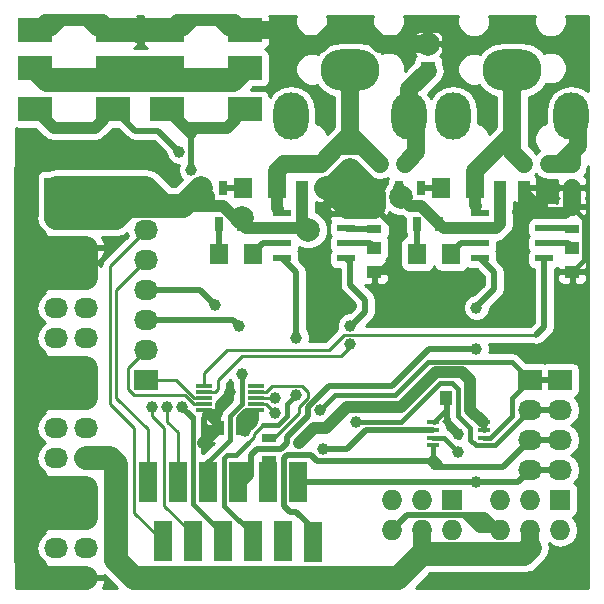
<source format=gtl>
G04 #@! TF.FileFunction,Copper,L1,Top,Signal*
%FSLAX46Y46*%
G04 Gerber Fmt 4.6, Leading zero omitted, Abs format (unit mm)*
G04 Created by KiCad (PCBNEW 4.0.2-4+6225~38~ubuntu14.04.1-stable) date Mon 29 Feb 2016 18:51:52 GMT*
%MOMM*%
G01*
G04 APERTURE LIST*
%ADD10C,0.100000*%
%ADD11R,0.700000X1.300000*%
%ADD12R,1.000000X1.000000*%
%ADD13R,1.597660X1.800860*%
%ADD14R,1.727200X1.727200*%
%ADD15O,1.727200X1.727200*%
%ADD16O,3.000000X4.000000*%
%ADD17O,5.000000X3.500000*%
%ADD18R,2.032000X1.727200*%
%ADD19O,2.032000X1.727200*%
%ADD20R,1.100000X0.400000*%
%ADD21R,1.400000X0.300000*%
%ADD22R,2.850000X2.000000*%
%ADD23R,1.550000X0.600000*%
%ADD24R,1.000000X1.250000*%
%ADD25R,1.250000X1.000000*%
%ADD26R,1.300000X0.700000*%
%ADD27R,1.500000X3.500000*%
%ADD28C,1.000000*%
%ADD29C,2.000000*%
%ADD30C,1.500000*%
%ADD31C,0.508000*%
%ADD32C,1.016000*%
%ADD33C,0.254000*%
%ADD34C,2.000000*%
%ADD35C,1.500000*%
%ADD36C,0.381000*%
G04 APERTURE END LIST*
D10*
D11*
X118298000Y-115316000D03*
X116398000Y-115316000D03*
D12*
X133643000Y-113284000D03*
X131533000Y-113284000D03*
X145835000Y-113284000D03*
X143725000Y-113284000D03*
D13*
X136756140Y-115316000D03*
X139595860Y-115316000D03*
X119992140Y-115316000D03*
X122831860Y-115316000D03*
X117960140Y-120904000D03*
X120799860Y-120904000D03*
X134724140Y-120904000D03*
X137563860Y-120904000D03*
D14*
X137668000Y-141732000D03*
D15*
X137668000Y-144272000D03*
X135128000Y-141732000D03*
X135128000Y-144272000D03*
X132588000Y-141732000D03*
X132588000Y-144272000D03*
D14*
X146812000Y-141732000D03*
D15*
X146812000Y-144272000D03*
X144272000Y-141732000D03*
X144272000Y-144272000D03*
X141732000Y-141732000D03*
X141732000Y-144272000D03*
D16*
X147748000Y-109276000D03*
X137748000Y-109276000D03*
D17*
X142748000Y-105376000D03*
D16*
X134032000Y-109276000D03*
X124032000Y-109276000D03*
D17*
X129032000Y-105376000D03*
D18*
X146812000Y-131572000D03*
D19*
X146812000Y-134112000D03*
X146812000Y-136652000D03*
X146812000Y-139192000D03*
D20*
X136026000Y-135169000D03*
X136026000Y-135819000D03*
X136026000Y-136469000D03*
X136026000Y-137119000D03*
X140326000Y-137119000D03*
X140326000Y-136469000D03*
X140326000Y-135819000D03*
X140326000Y-135169000D03*
D21*
X121072000Y-134096000D03*
X121072000Y-133596000D03*
X121072000Y-133096000D03*
X121072000Y-132596000D03*
X121072000Y-132096000D03*
X116672000Y-132096000D03*
X116672000Y-132596000D03*
X116672000Y-133096000D03*
X116672000Y-133596000D03*
X116672000Y-134096000D03*
D22*
X120165000Y-101956000D03*
X120165000Y-105156000D03*
X120165000Y-108656000D03*
X113515000Y-101956000D03*
X113515000Y-105156000D03*
X113515000Y-108656000D03*
X108989000Y-101956000D03*
X108989000Y-105156000D03*
X108989000Y-108656000D03*
X102339000Y-101956000D03*
X102339000Y-105156000D03*
X102339000Y-108656000D03*
D23*
X145448000Y-121285000D03*
X145448000Y-120015000D03*
X145448000Y-118745000D03*
X145448000Y-117475000D03*
X140048000Y-117475000D03*
X140048000Y-118745000D03*
X140048000Y-120015000D03*
X140048000Y-121285000D03*
X128684000Y-121285000D03*
X128684000Y-120015000D03*
X128684000Y-118745000D03*
X128684000Y-117475000D03*
X123284000Y-117475000D03*
X123284000Y-118745000D03*
X123284000Y-120015000D03*
X123284000Y-121285000D03*
D24*
X139176000Y-133096000D03*
X137176000Y-133096000D03*
D25*
X147828000Y-122412000D03*
X147828000Y-120412000D03*
X131064000Y-122412000D03*
X131064000Y-120412000D03*
D24*
X143748000Y-115316000D03*
X141748000Y-115316000D03*
X126984000Y-115316000D03*
X124984000Y-115316000D03*
D25*
X147828000Y-115300000D03*
X147828000Y-113300000D03*
X135636000Y-103140000D03*
X135636000Y-105140000D03*
D24*
X117872000Y-135636000D03*
X119872000Y-135636000D03*
D26*
X147828000Y-116906000D03*
X147828000Y-118806000D03*
X131064000Y-116906000D03*
X131064000Y-118806000D03*
D11*
X134686000Y-118364000D03*
X136586000Y-118364000D03*
X117922000Y-118364000D03*
X119822000Y-118364000D03*
X135062000Y-115316000D03*
X133162000Y-115316000D03*
D26*
X122174000Y-138364000D03*
X122174000Y-136464000D03*
D27*
X111887000Y-140248000D03*
X113157000Y-145248000D03*
X114427000Y-140248000D03*
X115697000Y-145248000D03*
X116967000Y-140248000D03*
X118237000Y-145248000D03*
X119507000Y-140248000D03*
X120777000Y-145248000D03*
X122047000Y-140208000D03*
X123317000Y-145248000D03*
X124587000Y-140208000D03*
X125857000Y-145288000D03*
D18*
X104140000Y-115316000D03*
D19*
X104140000Y-117856000D03*
X104140000Y-120396000D03*
X104140000Y-122936000D03*
X104140000Y-125476000D03*
X104140000Y-128016000D03*
X104140000Y-130556000D03*
X104140000Y-133096000D03*
X104140000Y-135636000D03*
X104140000Y-138176000D03*
X104140000Y-140716000D03*
X104140000Y-143256000D03*
X104140000Y-145796000D03*
X104140000Y-148336000D03*
D18*
X106680000Y-115316000D03*
D19*
X106680000Y-117856000D03*
X106680000Y-120396000D03*
X106680000Y-122936000D03*
X106680000Y-125476000D03*
X106680000Y-128016000D03*
X106680000Y-130556000D03*
X106680000Y-133096000D03*
X106680000Y-135636000D03*
X106680000Y-138176000D03*
X106680000Y-140716000D03*
X106680000Y-143256000D03*
X106680000Y-145796000D03*
X106680000Y-148336000D03*
D18*
X111760000Y-131572000D03*
D19*
X111760000Y-129032000D03*
X111760000Y-126492000D03*
X111760000Y-123952000D03*
X111760000Y-121412000D03*
X111760000Y-118872000D03*
D18*
X144272000Y-131572000D03*
D19*
X144272000Y-134112000D03*
X144272000Y-136652000D03*
X144272000Y-139192000D03*
D28*
X120142000Y-135890000D03*
D29*
X105664000Y-106172000D03*
X102339000Y-105156000D03*
D28*
X124714000Y-136906000D03*
X118872000Y-132588000D03*
X116586000Y-136906000D03*
X131064000Y-122412000D03*
X138176000Y-136144000D03*
D29*
X135636000Y-103140000D03*
X143764000Y-117348000D03*
X109220000Y-112776000D03*
X111252000Y-102108000D03*
X129032000Y-113792000D03*
X119888000Y-117856000D03*
X133350000Y-116078000D03*
X125476000Y-118872000D03*
D30*
X146796000Y-113300000D03*
D28*
X126746000Y-137414000D03*
X113538000Y-133858000D03*
X114554000Y-112268000D03*
X115570000Y-113792000D03*
X112268000Y-133858000D03*
X139700000Y-128966000D03*
X139700000Y-125476000D03*
X124460000Y-132842000D03*
X124460000Y-128016000D03*
X138176000Y-137668000D03*
X139700000Y-140208000D03*
X129540000Y-135128000D03*
X122682000Y-133096000D03*
X122682000Y-134366000D03*
X126492000Y-134112000D03*
X129032000Y-127000000D03*
X129032000Y-128524000D03*
X119634000Y-127000000D03*
X119888000Y-131064000D03*
X117602000Y-125222000D03*
X114808000Y-133858000D03*
D31*
X121031000Y-134493000D02*
X121031000Y-135001000D01*
X121031000Y-135001000D02*
X120142000Y-135890000D01*
X120142000Y-135890000D02*
X119872000Y-135636000D01*
X121031000Y-134493000D02*
X120269000Y-134493000D01*
D32*
X119872000Y-134890000D02*
X119872000Y-135636000D01*
X120269000Y-134493000D02*
X119872000Y-134890000D01*
X119872000Y-135636000D02*
X119888000Y-135636000D01*
D31*
X119888000Y-135636000D02*
X121031000Y-134493000D01*
X121031000Y-134493000D02*
X121072000Y-134452000D01*
X121072000Y-134452000D02*
X121072000Y-134366000D01*
D33*
X121072000Y-134366000D02*
X121072000Y-134366000D01*
X121072000Y-134366000D02*
X120142000Y-134366000D01*
X119872000Y-135636000D02*
X120650000Y-135636000D01*
X120650000Y-135636000D02*
X121072000Y-135214000D01*
X121072000Y-135214000D02*
X121072000Y-134366000D01*
X121072000Y-134366000D02*
X121072000Y-134096000D01*
X119872000Y-135636000D02*
X119872000Y-134636000D01*
X119872000Y-134636000D02*
X120142000Y-134366000D01*
X120142000Y-134366000D02*
X120412000Y-134096000D01*
X120412000Y-134096000D02*
X121072000Y-134096000D01*
D34*
X107973000Y-106172000D02*
X105664000Y-106172000D01*
X105664000Y-106172000D02*
X103355000Y-106172000D01*
X103355000Y-106172000D02*
X102339000Y-105156000D01*
X114531000Y-106172000D02*
X107973000Y-106172000D01*
X108989000Y-105156000D02*
X107973000Y-106172000D01*
X113515000Y-105156000D02*
X108989000Y-105156000D01*
X120165000Y-105156000D02*
X119149000Y-106172000D01*
X114531000Y-106172000D02*
X113515000Y-105156000D01*
X119149000Y-106172000D02*
X114531000Y-106172000D01*
D32*
X124714000Y-136906000D02*
X125984000Y-135636000D01*
X139176000Y-133096000D02*
X139176000Y-131556000D01*
D34*
X135128000Y-146304000D02*
X143764000Y-146304000D01*
D35*
X144272000Y-145796000D02*
X144272000Y-144272000D01*
D34*
X143764000Y-146304000D02*
X144272000Y-145796000D01*
X106680000Y-138176000D02*
X108712000Y-138176000D01*
X108712000Y-138176000D02*
X109220000Y-138684000D01*
X109220000Y-138684000D02*
X109220000Y-146812000D01*
X109220000Y-146812000D02*
X110744000Y-148336000D01*
X110744000Y-148336000D02*
X133096000Y-148336000D01*
X133096000Y-148336000D02*
X135128000Y-146304000D01*
D35*
X135128000Y-146304000D02*
X135128000Y-144272000D01*
D33*
X121072000Y-134096000D02*
X120904000Y-134096000D01*
X119872000Y-135636000D02*
X120142000Y-135890000D01*
X121072000Y-134096000D02*
X120412000Y-134096000D01*
X119872000Y-135144000D02*
X119872000Y-135636000D01*
D32*
X139176000Y-134096000D02*
X139176000Y-133096000D01*
X140249000Y-135169000D02*
X139176000Y-134096000D01*
D36*
X140326000Y-135169000D02*
X140249000Y-135169000D01*
X140326000Y-135819000D02*
X140326000Y-135169000D01*
D32*
X128778000Y-133858000D02*
X128733954Y-133890300D01*
X138493502Y-130873502D02*
X136334498Y-130873502D01*
X136334498Y-130873502D02*
X133350000Y-133858000D01*
X133350000Y-133858000D02*
X128778000Y-133858000D01*
X128733954Y-133890300D02*
X126988254Y-135636000D01*
X125984000Y-135636000D02*
X126988254Y-135636000D01*
X139176000Y-131556000D02*
X138493502Y-130873502D01*
D33*
X117356000Y-135120000D02*
X117364000Y-135120000D01*
X117364000Y-135120000D02*
X117618000Y-134866000D01*
X117102000Y-134866000D02*
X117618000Y-134866000D01*
X117618000Y-134866000D02*
X117872000Y-134866000D01*
X117872000Y-134866000D02*
X117864000Y-134874000D01*
X117864000Y-134874000D02*
X117856000Y-134874000D01*
X117856000Y-134874000D02*
X117872000Y-134874000D01*
X116848000Y-134612000D02*
X117872000Y-134612000D01*
X117856000Y-134620000D02*
X117872000Y-134620000D01*
X117864000Y-134620000D02*
X117856000Y-134620000D01*
X117872000Y-134612000D02*
X117864000Y-134620000D01*
X117872000Y-134112000D02*
X117602000Y-134112000D01*
X117602000Y-134112000D02*
X117348000Y-134366000D01*
X116672000Y-134366000D02*
X117348000Y-134366000D01*
X117348000Y-134366000D02*
X117872000Y-134366000D01*
X117872000Y-134366000D02*
X117856000Y-134366000D01*
X117856000Y-134366000D02*
X117872000Y-134366000D01*
X116672000Y-134096000D02*
X116672000Y-134366000D01*
X116672000Y-134366000D02*
X116672000Y-134436000D01*
X116672000Y-134436000D02*
X116848000Y-134612000D01*
X116848000Y-134612000D02*
X117102000Y-134866000D01*
X117102000Y-134866000D02*
X117356000Y-135120000D01*
X117356000Y-135120000D02*
X117872000Y-135636000D01*
X116672000Y-134096000D02*
X117586000Y-134096000D01*
X117856000Y-133858000D02*
X117872000Y-133858000D01*
X117872000Y-133842000D02*
X117856000Y-133858000D01*
X117872000Y-133810000D02*
X117872000Y-133842000D01*
X117586000Y-134096000D02*
X117872000Y-133810000D01*
D31*
X117872000Y-133588000D02*
X117872000Y-133858000D01*
X118872000Y-132588000D02*
X117872000Y-133588000D01*
X117872000Y-133858000D02*
X117872000Y-134112000D01*
X117872000Y-134112000D02*
X117872000Y-134366000D01*
X117872000Y-134366000D02*
X117872000Y-134620000D01*
X117872000Y-134620000D02*
X117872000Y-134874000D01*
X117872000Y-134874000D02*
X117872000Y-135636000D01*
D32*
X116602000Y-136906000D02*
X117872000Y-135636000D01*
X116602000Y-136906000D02*
X116586000Y-136906000D01*
D31*
X131588000Y-122412000D02*
X131064000Y-122412000D01*
D36*
X147828000Y-122412000D02*
X148844000Y-121396000D01*
X148844000Y-121396000D02*
X148844000Y-117922000D01*
X148844000Y-117922000D02*
X147828000Y-116906000D01*
X137176000Y-134096000D02*
X137176000Y-135144000D01*
X137176000Y-135144000D02*
X138176000Y-136144000D01*
D35*
X135620000Y-103124000D02*
X135636000Y-103140000D01*
D32*
X143748000Y-115316000D02*
X143748000Y-117332000D01*
X143748000Y-117332000D02*
X143764000Y-117348000D01*
X143748000Y-117332000D02*
X143764000Y-117348000D01*
X143764000Y-117348000D02*
X143764000Y-115332000D01*
X143764000Y-115332000D02*
X143748000Y-115316000D01*
X143764000Y-115332000D02*
X143748000Y-115316000D01*
X143891000Y-117475000D02*
X145448000Y-117475000D01*
X143764000Y-117348000D02*
X143891000Y-117475000D01*
D35*
X120165000Y-101956000D02*
X123292000Y-101956000D01*
X131572000Y-103124000D02*
X135620000Y-103124000D01*
X130556000Y-102108000D02*
X131572000Y-103124000D01*
X127508000Y-102108000D02*
X130556000Y-102108000D01*
X126492000Y-103124000D02*
X127508000Y-102108000D01*
X124460000Y-103124000D02*
X126492000Y-103124000D01*
X123292000Y-101956000D02*
X124460000Y-103124000D01*
D31*
X131588000Y-122412000D02*
X133096000Y-120904000D01*
X133096000Y-120904000D02*
X133096000Y-118938000D01*
X133096000Y-118938000D02*
X131064000Y-116906000D01*
D34*
X104140000Y-143256000D02*
X103632000Y-143256000D01*
X103632000Y-143256000D02*
X101600000Y-141224000D01*
X101600000Y-139192000D02*
X101600000Y-141224000D01*
X101600000Y-141224000D02*
X101600000Y-144780000D01*
X101600000Y-130048000D02*
X101600000Y-130556000D01*
X101600000Y-130556000D02*
X104140000Y-133096000D01*
X101600000Y-129032000D02*
X101600000Y-130048000D01*
X101600000Y-130048000D02*
X101600000Y-134620000D01*
X101600000Y-121412000D02*
X102616000Y-121412000D01*
X102616000Y-121412000D02*
X104140000Y-122936000D01*
X101600000Y-118872000D02*
X101600000Y-121412000D01*
X101600000Y-121412000D02*
X101600000Y-124460000D01*
X104140000Y-120396000D02*
X103124000Y-120396000D01*
X102616000Y-112776000D02*
X109220000Y-112776000D01*
X101600000Y-113792000D02*
X102616000Y-112776000D01*
X101600000Y-118872000D02*
X101600000Y-113792000D01*
X103124000Y-120396000D02*
X101600000Y-118872000D01*
X104140000Y-140716000D02*
X106680000Y-143256000D01*
X104140000Y-140716000D02*
X104140000Y-143256000D01*
X104140000Y-130556000D02*
X106680000Y-133096000D01*
X104140000Y-130556000D02*
X104140000Y-133096000D01*
X104140000Y-120396000D02*
X106680000Y-122936000D01*
X104140000Y-120396000D02*
X104140000Y-122936000D01*
X106680000Y-120396000D02*
X104140000Y-120396000D01*
X106680000Y-122936000D02*
X106680000Y-120396000D01*
X104140000Y-122936000D02*
X106680000Y-122936000D01*
X104140000Y-130556000D02*
X103124000Y-130556000D01*
X101600000Y-129032000D02*
X101600000Y-124460000D01*
X103124000Y-130556000D02*
X101600000Y-129032000D01*
X101600000Y-124460000D02*
X103124000Y-122936000D01*
X103124000Y-122936000D02*
X104140000Y-122936000D01*
X106680000Y-130556000D02*
X104140000Y-130556000D01*
X106680000Y-133096000D02*
X106680000Y-130556000D01*
X104140000Y-133096000D02*
X106680000Y-133096000D01*
X104140000Y-140716000D02*
X103124000Y-140716000D01*
X101600000Y-139192000D02*
X101600000Y-134620000D01*
X103124000Y-140716000D02*
X101600000Y-139192000D01*
X101600000Y-134620000D02*
X103124000Y-133096000D01*
X103124000Y-133096000D02*
X104140000Y-133096000D01*
X106680000Y-140716000D02*
X104140000Y-140716000D01*
X106680000Y-143256000D02*
X106680000Y-140716000D01*
X104140000Y-143256000D02*
X106680000Y-143256000D01*
X104140000Y-148336000D02*
X103124000Y-148336000D01*
X101600000Y-146812000D02*
X101600000Y-144780000D01*
X103124000Y-148336000D02*
X101600000Y-146812000D01*
X101600000Y-144780000D02*
X103124000Y-143256000D01*
X103124000Y-143256000D02*
X104140000Y-143256000D01*
X106680000Y-148336000D02*
X104140000Y-148336000D01*
D32*
X120165000Y-101956000D02*
X118720000Y-101956000D01*
X118720000Y-101956000D02*
X117856000Y-101092000D01*
X113515000Y-101956000D02*
X114960000Y-101956000D01*
X114960000Y-101956000D02*
X115824000Y-101092000D01*
D34*
X111252000Y-102108000D02*
X111252000Y-101956000D01*
X111252000Y-101956000D02*
X111252000Y-102108000D01*
X111252000Y-102108000D02*
X111252000Y-101956000D01*
D32*
X102339000Y-101956000D02*
X103784000Y-101956000D01*
X103784000Y-101956000D02*
X104648000Y-101092000D01*
X108989000Y-101956000D02*
X107544000Y-101956000D01*
X107544000Y-101956000D02*
X106680000Y-101092000D01*
X113515000Y-101956000D02*
X114379000Y-101092000D01*
X114379000Y-101092000D02*
X115824000Y-101092000D01*
X115824000Y-101092000D02*
X117856000Y-101092000D01*
X117856000Y-101092000D02*
X119301000Y-101092000D01*
X119301000Y-101092000D02*
X120165000Y-101956000D01*
D34*
X108989000Y-101956000D02*
X111252000Y-101956000D01*
X111252000Y-101956000D02*
X113515000Y-101956000D01*
D32*
X102339000Y-101956000D02*
X103203000Y-101092000D01*
X103203000Y-101092000D02*
X104648000Y-101092000D01*
X104648000Y-101092000D02*
X106680000Y-101092000D01*
X106680000Y-101092000D02*
X108125000Y-101092000D01*
X108125000Y-101092000D02*
X108989000Y-101956000D01*
D34*
X131064000Y-116906000D02*
X129606000Y-116906000D01*
X131064000Y-116906000D02*
X131064000Y-115824000D01*
X127762000Y-115316000D02*
X126984000Y-115316000D01*
D33*
X116672000Y-134096000D02*
X116840000Y-134096000D01*
X117872000Y-135144000D02*
X117872000Y-135636000D01*
D32*
X126984000Y-115775000D02*
X128684000Y-117475000D01*
X126984000Y-115316000D02*
X126984000Y-115775000D01*
X143748000Y-115775000D02*
X143748000Y-115316000D01*
X145448000Y-117475000D02*
X143748000Y-115775000D01*
X147259000Y-117475000D02*
X145448000Y-117475000D01*
X147828000Y-116906000D02*
X147259000Y-117475000D01*
X130495000Y-117475000D02*
X128684000Y-117475000D01*
X131064000Y-116906000D02*
X130495000Y-117475000D01*
D35*
X147828000Y-116906000D02*
X147828000Y-115300000D01*
D36*
X137176000Y-134096000D02*
X137176000Y-133096000D01*
X136103000Y-135169000D02*
X137176000Y-134096000D01*
D34*
X127762000Y-115062000D02*
X127762000Y-115316000D01*
X129606000Y-116906000D02*
X127762000Y-115062000D01*
X131064000Y-115824000D02*
X129032000Y-113792000D01*
X127508000Y-115316000D02*
X127762000Y-115316000D01*
X129032000Y-113792000D02*
X127508000Y-115316000D01*
D32*
X117094000Y-116012000D02*
X117094000Y-116840000D01*
X119888000Y-117856000D02*
X119822000Y-117922000D01*
X119822000Y-117922000D02*
X119822000Y-118364000D01*
X116398000Y-115316000D02*
X117094000Y-116012000D01*
X117094000Y-116840000D02*
X114874000Y-116840000D01*
D34*
X106680000Y-117856000D02*
X109220000Y-115316000D01*
X106680000Y-117856000D02*
X109220000Y-117856000D01*
X109220000Y-117856000D02*
X110236000Y-116840000D01*
X104140000Y-115316000D02*
X106680000Y-117856000D01*
X106680000Y-117856000D02*
X106680000Y-117856000D01*
X106680000Y-117856000D02*
X106680000Y-115316000D01*
X104140000Y-117856000D02*
X106680000Y-117856000D01*
X104140000Y-117856000D02*
X104140000Y-115316000D01*
X116398000Y-115316000D02*
X114874000Y-116840000D01*
X108712000Y-115316000D02*
X104140000Y-115316000D01*
D32*
X124587000Y-118745000D02*
X125349000Y-118745000D01*
X119822000Y-118364000D02*
X118298000Y-116840000D01*
X118298000Y-116840000D02*
X117094000Y-116840000D01*
X136586000Y-118364000D02*
X135062000Y-116840000D01*
X135062000Y-116840000D02*
X134112000Y-116840000D01*
X134112000Y-116840000D02*
X133350000Y-116078000D01*
X133350000Y-116078000D02*
X133162000Y-115890000D01*
X133162000Y-115890000D02*
X133162000Y-115316000D01*
D31*
X141732000Y-144272000D02*
X139954000Y-144272000D01*
X140716000Y-144018000D02*
X140716000Y-143764000D01*
X140716000Y-143764000D02*
X141224000Y-144272000D01*
X139700000Y-143002000D02*
X140716000Y-144018000D01*
X139192000Y-143002000D02*
X140208000Y-144018000D01*
X140208000Y-144018000D02*
X140970000Y-144018000D01*
X140970000Y-144018000D02*
X141732000Y-144272000D01*
X139954000Y-144272000D02*
X138684000Y-143002000D01*
X138684000Y-143002000D02*
X139192000Y-143002000D01*
X139192000Y-143002000D02*
X138938000Y-143002000D01*
X140462000Y-143002000D02*
X140462000Y-143764000D01*
X140462000Y-143764000D02*
X139954000Y-144272000D01*
X141732000Y-144272000D02*
X140462000Y-143002000D01*
X133858000Y-143002000D02*
X132588000Y-144272000D01*
X138938000Y-143002000D02*
X133858000Y-143002000D01*
X140462000Y-143002000D02*
X139954000Y-143002000D01*
X139954000Y-143002000D02*
X138938000Y-143002000D01*
D32*
X124587000Y-118745000D02*
X124984000Y-118348000D01*
X123284000Y-118745000D02*
X124587000Y-118745000D01*
X136967000Y-118745000D02*
X136586000Y-118364000D01*
X140048000Y-118745000D02*
X136967000Y-118745000D01*
X141748000Y-118348000D02*
X141351000Y-118745000D01*
X141351000Y-118745000D02*
X140048000Y-118745000D01*
X141748000Y-115316000D02*
X141748000Y-118348000D01*
D34*
X108712000Y-115824000D02*
X108712000Y-115316000D01*
X109220000Y-115316000D02*
X108712000Y-115824000D01*
X110236000Y-116840000D02*
X113284000Y-116840000D01*
X114874000Y-116840000D02*
X113284000Y-116840000D01*
X111760000Y-115316000D02*
X108712000Y-115316000D01*
X113284000Y-116840000D02*
X111760000Y-115316000D01*
D32*
X125349000Y-118745000D02*
X125476000Y-118872000D01*
X124984000Y-118348000D02*
X124984000Y-118380000D01*
X125476000Y-118872000D02*
X124984000Y-118380000D01*
X124984000Y-118348000D02*
X124984000Y-115316000D01*
X120203000Y-118745000D02*
X119822000Y-118364000D01*
X123284000Y-118745000D02*
X120203000Y-118745000D01*
D35*
X148336000Y-109864000D02*
X147748000Y-109276000D01*
X147828000Y-112268000D02*
X148336000Y-111760000D01*
X148336000Y-111760000D02*
X148336000Y-109864000D01*
X147828000Y-113300000D02*
X147828000Y-112268000D01*
X146812000Y-113300000D02*
X147828000Y-113300000D01*
X146796000Y-113300000D02*
X146812000Y-113284000D01*
X146812000Y-113284000D02*
X146812000Y-113300000D01*
X147828000Y-112268000D02*
X146796000Y-113300000D01*
X145851000Y-113300000D02*
X146812000Y-113300000D01*
X145835000Y-113284000D02*
X145851000Y-113300000D01*
X134620000Y-112307000D02*
X134620000Y-109864000D01*
X134032000Y-106994000D02*
X135636000Y-105390000D01*
X134032000Y-109276000D02*
X134032000Y-106994000D01*
X133643000Y-113284000D02*
X134620000Y-112307000D01*
X143725000Y-113284000D02*
X142748000Y-112307000D01*
X142748000Y-112307000D02*
X142748000Y-110744000D01*
X142748000Y-110744000D02*
X139595860Y-113896140D01*
D31*
X140048000Y-117475000D02*
X139700000Y-117127000D01*
D35*
X142748000Y-105376000D02*
X142748000Y-110744000D01*
D32*
X139595860Y-116735860D02*
X139595860Y-115316000D01*
D31*
X139700000Y-117127000D02*
X139700000Y-116840000D01*
D32*
X139700000Y-116840000D02*
X139595860Y-116735860D01*
D35*
X139595860Y-113896140D02*
X139595860Y-115316000D01*
X128035500Y-111779500D02*
X130028500Y-111779500D01*
X129540000Y-111760000D02*
X129540000Y-111291000D01*
X130009000Y-111760000D02*
X129540000Y-111760000D01*
X130028500Y-111779500D02*
X130009000Y-111760000D01*
X131533000Y-113284000D02*
X129540000Y-111291000D01*
X129540000Y-111291000D02*
X129032000Y-110783000D01*
X126531000Y-113284000D02*
X128035500Y-111779500D01*
X128035500Y-111779500D02*
X129032000Y-110783000D01*
X123444000Y-113284000D02*
X126531000Y-113284000D01*
X122831860Y-113896140D02*
X123444000Y-113284000D01*
X129032000Y-110783000D02*
X129032000Y-105376000D01*
D31*
X123284000Y-117475000D02*
X122936000Y-117127000D01*
D32*
X122936000Y-117127000D02*
X122831860Y-117022860D01*
D35*
X122831860Y-115316000D02*
X122831860Y-113896140D01*
D32*
X122831860Y-117022860D02*
X122831860Y-115316000D01*
D31*
X136026000Y-135819000D02*
X130373000Y-135819000D01*
X128778000Y-137414000D02*
X126746000Y-137414000D01*
X130373000Y-135819000D02*
X128778000Y-137414000D01*
D33*
X111760000Y-121412000D02*
X109220000Y-123952000D01*
X109220000Y-133096000D02*
X111887000Y-135763000D01*
X109220000Y-123952000D02*
X109220000Y-133096000D01*
X111887000Y-140248000D02*
X111887000Y-135763000D01*
X111760000Y-118872000D02*
X108712000Y-121920000D01*
X113157000Y-145248000D02*
X110744000Y-142835000D01*
X110744000Y-135636000D02*
X108712000Y-133604000D01*
X110744000Y-142835000D02*
X110744000Y-135636000D01*
X108712000Y-121920000D02*
X108712000Y-133604000D01*
X113538000Y-133858000D02*
X113538000Y-134112000D01*
X113538000Y-135128000D02*
X113538000Y-134112000D01*
X113538000Y-134112000D02*
X113538000Y-133858000D01*
X114427000Y-140248000D02*
X114427000Y-136017000D01*
X114427000Y-136017000D02*
X113538000Y-135128000D01*
D32*
X102339000Y-108656000D02*
X103919000Y-110236000D01*
X107409000Y-110236000D02*
X108989000Y-108656000D01*
X103919000Y-110236000D02*
X107409000Y-110236000D01*
D31*
X110823000Y-110490000D02*
X108989000Y-108656000D01*
X114554000Y-112268000D02*
X112776000Y-110490000D01*
X112776000Y-110490000D02*
X110823000Y-110490000D01*
D32*
X115095000Y-110236000D02*
X115570000Y-110711000D01*
D31*
X115570000Y-113792000D02*
X115570000Y-110711000D01*
D33*
X112268000Y-134620000D02*
X112268000Y-133858000D01*
X115697000Y-144653000D02*
X113284000Y-142240000D01*
X113284000Y-142240000D02*
X113284000Y-135636000D01*
X113284000Y-135636000D02*
X112268000Y-134620000D01*
X115697000Y-145248000D02*
X115697000Y-144653000D01*
D32*
X120165000Y-108656000D02*
X118585000Y-110236000D01*
X118585000Y-110236000D02*
X115095000Y-110236000D01*
X113515000Y-108656000D02*
X115095000Y-110236000D01*
D31*
X139700000Y-125410000D02*
X141224000Y-123886000D01*
X141224000Y-123886000D02*
X141224000Y-122461000D01*
X140048000Y-121285000D02*
X141224000Y-122461000D01*
X120650000Y-137922000D02*
X120650000Y-138430000D01*
X123190000Y-137414000D02*
X123698000Y-136906000D01*
X121158000Y-137414000D02*
X123190000Y-137414000D01*
X120650000Y-137922000D02*
X121158000Y-137414000D01*
X123698000Y-136906000D02*
X123698000Y-136398000D01*
X125476000Y-134620000D02*
X123698000Y-136398000D01*
X127254000Y-132080000D02*
X125476000Y-133858000D01*
X132588000Y-132080000D02*
X127254000Y-132080000D01*
X125476000Y-133858000D02*
X125476000Y-134620000D01*
X135702000Y-128966000D02*
X132588000Y-132080000D01*
X135702000Y-128966000D02*
X139700000Y-128966000D01*
X139700000Y-125476000D02*
X139700000Y-125410000D01*
D36*
X120269000Y-138811000D02*
X120396000Y-138938000D01*
X120396000Y-138938000D02*
X120396000Y-139954000D01*
X120650000Y-138430000D02*
X120269000Y-138811000D01*
X120269000Y-138811000D02*
X119507000Y-139573000D01*
X119507000Y-139573000D02*
X119507000Y-140248000D01*
D31*
X119507000Y-140248000D02*
X120102000Y-140248000D01*
X120102000Y-140248000D02*
X120396000Y-139954000D01*
X120396000Y-139954000D02*
X120650000Y-139700000D01*
X120650000Y-139700000D02*
X120650000Y-138430000D01*
X119507000Y-140248000D02*
X119507000Y-138811000D01*
X123284000Y-121285000D02*
X124460000Y-122461000D01*
X124460000Y-122461000D02*
X124460000Y-128016000D01*
D36*
X119380000Y-137922000D02*
X120396000Y-136906000D01*
X119380000Y-137922000D02*
X118618000Y-137922000D01*
X120777000Y-144653000D02*
X118364000Y-142240000D01*
X118364000Y-142240000D02*
X118364000Y-138176000D01*
X118364000Y-138176000D02*
X118618000Y-137922000D01*
D33*
X121666000Y-135382000D02*
X120904000Y-136144000D01*
D36*
X123698000Y-133604000D02*
X123698000Y-134620000D01*
X121666000Y-135382000D02*
X122936000Y-135382000D01*
X122936000Y-135382000D02*
X123698000Y-134620000D01*
X124460000Y-132842000D02*
X123698000Y-133604000D01*
D33*
X120904000Y-136144000D02*
X120904000Y-136398000D01*
X120396000Y-136906000D02*
X120904000Y-136398000D01*
D36*
X120777000Y-145248000D02*
X120777000Y-144653000D01*
X120777000Y-145248000D02*
X120777000Y-144145000D01*
D31*
X123284000Y-121285000D02*
X124460000Y-122461000D01*
X122174000Y-140081000D02*
X122047000Y-140208000D01*
X122174000Y-138364000D02*
X122174000Y-140081000D01*
X139700000Y-140208000D02*
X124587000Y-140208000D01*
X143256000Y-140208000D02*
X139700000Y-140208000D01*
X144272000Y-139192000D02*
X143256000Y-140208000D01*
X146812000Y-139192000D02*
X144272000Y-139192000D01*
D36*
X136977000Y-136469000D02*
X136026000Y-136469000D01*
X138176000Y-137668000D02*
X136977000Y-136469000D01*
X136017000Y-138811000D02*
X136017000Y-138049000D01*
X136017000Y-138049000D02*
X136026000Y-138040000D01*
D31*
X135636000Y-138430000D02*
X136017000Y-138811000D01*
X136017000Y-138811000D02*
X136144000Y-138938000D01*
X135636000Y-138430000D02*
X126238000Y-138430000D01*
X124460000Y-142748000D02*
X123952000Y-142748000D01*
X123952000Y-142748000D02*
X123444000Y-142240000D01*
X123444000Y-142240000D02*
X123444000Y-138176000D01*
X123444000Y-138176000D02*
X123698000Y-137922000D01*
X123698000Y-137922000D02*
X125730000Y-137922000D01*
X125730000Y-137922000D02*
X126238000Y-138430000D01*
X124460000Y-142748000D02*
X125857000Y-144145000D01*
X125857000Y-145288000D02*
X125857000Y-144145000D01*
X146812000Y-136652000D02*
X144272000Y-136652000D01*
X136906000Y-138938000D02*
X136144000Y-138938000D01*
X141986000Y-138938000D02*
X144272000Y-136652000D01*
X141986000Y-138938000D02*
X136906000Y-138938000D01*
D36*
X136026000Y-138040000D02*
X135636000Y-138430000D01*
X136026000Y-137119000D02*
X136026000Y-138040000D01*
X136271000Y-138303000D02*
X136906000Y-138938000D01*
X136026000Y-138058000D02*
X136271000Y-138303000D01*
X136026000Y-138040000D02*
X136026000Y-138176000D01*
X136026000Y-138176000D02*
X136026000Y-138058000D01*
X136271000Y-138938000D02*
X136144000Y-138938000D01*
X136271000Y-138303000D02*
X136271000Y-138938000D01*
D33*
X115570000Y-132842000D02*
X114300000Y-131572000D01*
X111760000Y-131572000D02*
X114300000Y-131572000D01*
X116672000Y-133096000D02*
X115824000Y-133096000D01*
X115824000Y-133096000D02*
X115570000Y-132842000D01*
X116672000Y-133596000D02*
X115785182Y-133596000D01*
X110236000Y-130556000D02*
X111760000Y-129032000D01*
X110236000Y-132334000D02*
X110236000Y-130556000D01*
X110744000Y-132842000D02*
X110236000Y-132334000D01*
X115031182Y-132842000D02*
X110744000Y-132842000D01*
X115785182Y-133596000D02*
X115031182Y-132842000D01*
D36*
X138176000Y-134620000D02*
X139192000Y-135636000D01*
X133350000Y-135128000D02*
X129540000Y-135128000D01*
X138176000Y-134620000D02*
X138176000Y-132334000D01*
X138176000Y-132334000D02*
X137668000Y-131826000D01*
X137668000Y-131826000D02*
X136652000Y-131826000D01*
X136652000Y-131826000D02*
X133350000Y-135128000D01*
X139192000Y-135636000D02*
X139192000Y-136652000D01*
X139659000Y-137119000D02*
X139192000Y-136652000D01*
X140326000Y-137119000D02*
X139659000Y-137119000D01*
D33*
X122682000Y-133096000D02*
X121072000Y-133096000D01*
D31*
X146812000Y-134112000D02*
X144272000Y-134112000D01*
D36*
X140326000Y-137119000D02*
X141265000Y-137119000D01*
X141265000Y-137119000D02*
X144272000Y-134112000D01*
D33*
X121072000Y-133596000D02*
X121920000Y-133604000D01*
D36*
X136144000Y-130048000D02*
X135636000Y-130048000D01*
X135636000Y-130048000D02*
X132842000Y-132842000D01*
X142748000Y-130048000D02*
X144272000Y-131572000D01*
X136144000Y-130048000D02*
X142748000Y-130048000D01*
X127762000Y-132842000D02*
X126492000Y-134112000D01*
X132842000Y-132842000D02*
X127762000Y-132842000D01*
D33*
X121920000Y-133604000D02*
X122682000Y-134366000D01*
D31*
X144272000Y-131572000D02*
X146812000Y-131572000D01*
D36*
X140326000Y-136469000D02*
X140899000Y-136469000D01*
X142748000Y-133096000D02*
X144272000Y-131572000D01*
X141478000Y-135890000D02*
X142748000Y-134620000D01*
X142748000Y-134620000D02*
X142748000Y-133096000D01*
X140899000Y-136469000D02*
X141478000Y-135890000D01*
X144018000Y-131826000D02*
X144272000Y-131572000D01*
D33*
X116672000Y-132096000D02*
X116672000Y-130978000D01*
X118618000Y-129032000D02*
X127254000Y-129032000D01*
X116672000Y-130978000D02*
X118618000Y-129032000D01*
X127254000Y-129032000D02*
X128524000Y-127762000D01*
X128524000Y-127762000D02*
X144780000Y-127762000D01*
D31*
X145448000Y-127094000D02*
X144780000Y-127762000D01*
X145448000Y-127094000D02*
X145448000Y-121285000D01*
D33*
X116824000Y-132096000D02*
X116672000Y-132096000D01*
D31*
X129032000Y-128778000D02*
X129032000Y-128524000D01*
X129032000Y-121633000D02*
X129032000Y-123510000D01*
X128684000Y-121285000D02*
X129032000Y-121633000D01*
X130302000Y-125796000D02*
X130302000Y-124780000D01*
X130302000Y-124780000D02*
X129032000Y-123510000D01*
X129032000Y-127066000D02*
X130302000Y-125796000D01*
D33*
X117594000Y-132596000D02*
X117856000Y-132334000D01*
X117856000Y-132334000D02*
X117856000Y-131572000D01*
X117856000Y-131572000D02*
X119888000Y-129540000D01*
X119888000Y-129540000D02*
X128270000Y-129540000D01*
X128270000Y-129540000D02*
X129032000Y-128778000D01*
X117594000Y-132596000D02*
X116672000Y-132596000D01*
D31*
X129065000Y-127033000D02*
X129032000Y-127066000D01*
X129032000Y-127000000D02*
X129065000Y-127033000D01*
X147431000Y-120015000D02*
X147828000Y-120412000D01*
X145448000Y-120015000D02*
X147431000Y-120015000D01*
X130667000Y-120015000D02*
X131064000Y-120412000D01*
X128684000Y-120015000D02*
X130667000Y-120015000D01*
X140048000Y-120015000D02*
X138452860Y-120015000D01*
X138452860Y-120015000D02*
X137563860Y-120904000D01*
X134686000Y-120865860D02*
X134724140Y-120904000D01*
X134686000Y-118364000D02*
X134686000Y-120865860D01*
X121688860Y-120015000D02*
X123284000Y-120015000D01*
X121434860Y-120269000D02*
X120799860Y-120904000D01*
X120799860Y-120904000D02*
X121688860Y-120015000D01*
X117922000Y-120865860D02*
X117960140Y-120904000D01*
X117960140Y-118402140D02*
X117922000Y-118364000D01*
X117922000Y-118364000D02*
X117922000Y-120865860D01*
X135062000Y-115316000D02*
X136756140Y-115316000D01*
X119992140Y-115316000D02*
X118298000Y-115316000D01*
X147767000Y-118745000D02*
X147828000Y-118806000D01*
X145448000Y-118745000D02*
X147767000Y-118745000D01*
X128745000Y-118806000D02*
X131064000Y-118806000D01*
X128684000Y-118745000D02*
X128745000Y-118806000D01*
D36*
X119888000Y-133604000D02*
X119888000Y-131064000D01*
D31*
X119126000Y-126492000D02*
X111760000Y-126492000D01*
X119634000Y-127000000D02*
X119126000Y-126492000D01*
D36*
X119888000Y-133604000D02*
X118872000Y-134620000D01*
D31*
X116967000Y-138557000D02*
X116967000Y-140248000D01*
D36*
X116967000Y-138557000D02*
X116967000Y-140248000D01*
X118872000Y-134620000D02*
X118872000Y-136652000D01*
X118872000Y-136652000D02*
X116967000Y-138557000D01*
D31*
X111760000Y-123952000D02*
X116332000Y-123952000D01*
X116332000Y-123952000D02*
X117602000Y-125222000D01*
D36*
X115697000Y-134747000D02*
X115697000Y-142113000D01*
X115697000Y-134747000D02*
X114808000Y-133858000D01*
X118237000Y-145248000D02*
X118237000Y-144653000D01*
X118237000Y-144653000D02*
X115697000Y-142113000D01*
X115697000Y-142113000D02*
X115697000Y-134874000D01*
X115697000Y-134874000D02*
X114554000Y-133731000D01*
D33*
X122616000Y-136464000D02*
X123190000Y-135890000D01*
X122174000Y-136464000D02*
X122616000Y-136464000D01*
X124714000Y-134366000D02*
X123190000Y-135890000D01*
X125476000Y-133096000D02*
X124714000Y-133858000D01*
X124714000Y-133858000D02*
X124714000Y-134366000D01*
X125476000Y-132588000D02*
X125476000Y-133096000D01*
X122428000Y-132080000D02*
X124968000Y-132080000D01*
X124968000Y-132080000D02*
X125476000Y-132588000D01*
X121912000Y-132596000D02*
X122428000Y-132080000D01*
X121072000Y-132596000D02*
X121912000Y-132596000D01*
G36*
X100914000Y-110303440D02*
X102369994Y-110303440D01*
X103110777Y-111044223D01*
X103481593Y-111291994D01*
X103919000Y-111379000D01*
X107409000Y-111379000D01*
X107846407Y-111291994D01*
X108217223Y-111044223D01*
X108958006Y-110303440D01*
X109379204Y-110303440D01*
X110194382Y-111118618D01*
X110482795Y-111311330D01*
X110823000Y-111379000D01*
X112407764Y-111379000D01*
X113418893Y-112390129D01*
X113418803Y-112492775D01*
X113591233Y-112910086D01*
X113910235Y-113229645D01*
X114327244Y-113402803D01*
X114502585Y-113402956D01*
X114435197Y-113565244D01*
X114434803Y-114016775D01*
X114607233Y-114434086D01*
X114787297Y-114614464D01*
X114196760Y-115205000D01*
X113961239Y-115205000D01*
X112916120Y-114159880D01*
X112385688Y-113805457D01*
X111760000Y-113680999D01*
X111759995Y-113681000D01*
X104140005Y-113681000D01*
X104140000Y-113680999D01*
X103516811Y-113804960D01*
X103124000Y-113804960D01*
X102888683Y-113849238D01*
X102672559Y-113988310D01*
X102527569Y-114200510D01*
X102476560Y-114452400D01*
X102476560Y-116179600D01*
X102505000Y-116330745D01*
X102505000Y-117612953D01*
X102456655Y-117856000D01*
X102570729Y-118429489D01*
X102895585Y-118915670D01*
X102938670Y-118944459D01*
X102983880Y-119012120D01*
X103181086Y-119143889D01*
X102789268Y-119493964D01*
X102535291Y-120021209D01*
X102532642Y-120036974D01*
X102653783Y-120269000D01*
X104013000Y-120269000D01*
X104013000Y-120249000D01*
X104267000Y-120249000D01*
X104267000Y-120269000D01*
X106553000Y-120269000D01*
X106553000Y-120249000D01*
X106807000Y-120249000D01*
X106807000Y-120269000D01*
X108166217Y-120269000D01*
X108287358Y-120036974D01*
X108284709Y-120021209D01*
X108030732Y-119493964D01*
X108027415Y-119491000D01*
X109219995Y-119491000D01*
X109220000Y-119491001D01*
X109845688Y-119366543D01*
X110136389Y-119172303D01*
X110177150Y-119377220D01*
X108173185Y-121381185D01*
X108008004Y-121628395D01*
X107950000Y-121920000D01*
X107950000Y-121961833D01*
X107618892Y-121666000D01*
X108030732Y-121298036D01*
X108284709Y-120770791D01*
X108287358Y-120755026D01*
X108166217Y-120523000D01*
X106807000Y-120523000D01*
X106807000Y-122809000D01*
X106827000Y-122809000D01*
X106827000Y-123063000D01*
X106807000Y-123063000D01*
X106807000Y-123083000D01*
X106553000Y-123083000D01*
X106553000Y-123063000D01*
X104267000Y-123063000D01*
X104267000Y-123083000D01*
X104013000Y-123083000D01*
X104013000Y-123063000D01*
X102653783Y-123063000D01*
X102532642Y-123295026D01*
X102535291Y-123310791D01*
X102789268Y-123838036D01*
X103205069Y-124209539D01*
X102895585Y-124416330D01*
X102570729Y-124902511D01*
X102456655Y-125476000D01*
X102570729Y-126049489D01*
X102895585Y-126535670D01*
X103210366Y-126746000D01*
X102895585Y-126956330D01*
X102570729Y-127442511D01*
X102456655Y-128016000D01*
X102570729Y-128589489D01*
X102895585Y-129075670D01*
X103205069Y-129282461D01*
X102789268Y-129653964D01*
X102535291Y-130181209D01*
X102532642Y-130196974D01*
X102653783Y-130429000D01*
X104013000Y-130429000D01*
X104013000Y-130409000D01*
X104267000Y-130409000D01*
X104267000Y-130429000D01*
X106553000Y-130429000D01*
X106553000Y-130409000D01*
X106807000Y-130409000D01*
X106807000Y-130429000D01*
X106827000Y-130429000D01*
X106827000Y-130683000D01*
X106807000Y-130683000D01*
X106807000Y-132969000D01*
X106827000Y-132969000D01*
X106827000Y-133223000D01*
X106807000Y-133223000D01*
X106807000Y-133243000D01*
X106553000Y-133243000D01*
X106553000Y-133223000D01*
X104267000Y-133223000D01*
X104267000Y-133243000D01*
X104013000Y-133243000D01*
X104013000Y-133223000D01*
X102653783Y-133223000D01*
X102532642Y-133455026D01*
X102535291Y-133470791D01*
X102789268Y-133998036D01*
X103205069Y-134369539D01*
X102895585Y-134576330D01*
X102570729Y-135062511D01*
X102456655Y-135636000D01*
X102570729Y-136209489D01*
X102895585Y-136695670D01*
X103210366Y-136906000D01*
X102895585Y-137116330D01*
X102570729Y-137602511D01*
X102456655Y-138176000D01*
X102570729Y-138749489D01*
X102895585Y-139235670D01*
X103205069Y-139442461D01*
X102789268Y-139813964D01*
X102535291Y-140341209D01*
X102532642Y-140356974D01*
X102653783Y-140589000D01*
X104013000Y-140589000D01*
X104013000Y-140569000D01*
X104267000Y-140569000D01*
X104267000Y-140589000D01*
X106553000Y-140589000D01*
X106553000Y-140569000D01*
X106807000Y-140569000D01*
X106807000Y-140589000D01*
X106827000Y-140589000D01*
X106827000Y-140843000D01*
X106807000Y-140843000D01*
X106807000Y-143129000D01*
X106827000Y-143129000D01*
X106827000Y-143383000D01*
X106807000Y-143383000D01*
X106807000Y-143403000D01*
X106553000Y-143403000D01*
X106553000Y-143383000D01*
X104267000Y-143383000D01*
X104267000Y-143403000D01*
X104013000Y-143403000D01*
X104013000Y-143383000D01*
X102653783Y-143383000D01*
X102532642Y-143615026D01*
X102535291Y-143630791D01*
X102789268Y-144158036D01*
X103205069Y-144529539D01*
X102895585Y-144736330D01*
X102570729Y-145222511D01*
X102456655Y-145796000D01*
X102570729Y-146369489D01*
X102895585Y-146855670D01*
X103205069Y-147062461D01*
X102789268Y-147433964D01*
X102535291Y-147961209D01*
X102532642Y-147976974D01*
X102653783Y-148209000D01*
X104013000Y-148209000D01*
X104013000Y-148189000D01*
X104267000Y-148189000D01*
X104267000Y-148209000D01*
X106553000Y-148209000D01*
X106553000Y-148189000D01*
X106807000Y-148189000D01*
X106807000Y-148209000D01*
X108166217Y-148209000D01*
X108213739Y-148117979D01*
X109270761Y-149175000D01*
X108061097Y-149175000D01*
X108284709Y-148710791D01*
X108287358Y-148695026D01*
X108166217Y-148463000D01*
X106807000Y-148463000D01*
X106807000Y-148483000D01*
X106553000Y-148483000D01*
X106553000Y-148463000D01*
X104267000Y-148463000D01*
X104267000Y-148483000D01*
X104013000Y-148483000D01*
X104013000Y-148463000D01*
X102653783Y-148463000D01*
X102532642Y-148695026D01*
X102535291Y-148710791D01*
X102758903Y-149175000D01*
X100761000Y-149175000D01*
X100761000Y-141075026D01*
X102532642Y-141075026D01*
X102535291Y-141090791D01*
X102789268Y-141618036D01*
X103201108Y-141986000D01*
X102789268Y-142353964D01*
X102535291Y-142881209D01*
X102532642Y-142896974D01*
X102653783Y-143129000D01*
X104013000Y-143129000D01*
X104013000Y-140843000D01*
X104267000Y-140843000D01*
X104267000Y-143129000D01*
X106553000Y-143129000D01*
X106553000Y-140843000D01*
X104267000Y-140843000D01*
X104013000Y-140843000D01*
X102653783Y-140843000D01*
X102532642Y-141075026D01*
X100761000Y-141075026D01*
X100761000Y-130915026D01*
X102532642Y-130915026D01*
X102535291Y-130930791D01*
X102789268Y-131458036D01*
X103201108Y-131826000D01*
X102789268Y-132193964D01*
X102535291Y-132721209D01*
X102532642Y-132736974D01*
X102653783Y-132969000D01*
X104013000Y-132969000D01*
X104013000Y-130683000D01*
X104267000Y-130683000D01*
X104267000Y-132969000D01*
X106553000Y-132969000D01*
X106553000Y-130683000D01*
X104267000Y-130683000D01*
X104013000Y-130683000D01*
X102653783Y-130683000D01*
X102532642Y-130915026D01*
X100761000Y-130915026D01*
X100761000Y-120755026D01*
X102532642Y-120755026D01*
X102535291Y-120770791D01*
X102789268Y-121298036D01*
X103201108Y-121666000D01*
X102789268Y-122033964D01*
X102535291Y-122561209D01*
X102532642Y-122576974D01*
X102653783Y-122809000D01*
X104013000Y-122809000D01*
X104013000Y-120523000D01*
X104267000Y-120523000D01*
X104267000Y-122809000D01*
X106553000Y-122809000D01*
X106553000Y-120523000D01*
X104267000Y-120523000D01*
X104013000Y-120523000D01*
X102653783Y-120523000D01*
X102532642Y-120755026D01*
X100761000Y-120755026D01*
X100761000Y-110272457D01*
X100914000Y-110303440D01*
X100914000Y-110303440D01*
G37*
X100914000Y-110303440D02*
X102369994Y-110303440D01*
X103110777Y-111044223D01*
X103481593Y-111291994D01*
X103919000Y-111379000D01*
X107409000Y-111379000D01*
X107846407Y-111291994D01*
X108217223Y-111044223D01*
X108958006Y-110303440D01*
X109379204Y-110303440D01*
X110194382Y-111118618D01*
X110482795Y-111311330D01*
X110823000Y-111379000D01*
X112407764Y-111379000D01*
X113418893Y-112390129D01*
X113418803Y-112492775D01*
X113591233Y-112910086D01*
X113910235Y-113229645D01*
X114327244Y-113402803D01*
X114502585Y-113402956D01*
X114435197Y-113565244D01*
X114434803Y-114016775D01*
X114607233Y-114434086D01*
X114787297Y-114614464D01*
X114196760Y-115205000D01*
X113961239Y-115205000D01*
X112916120Y-114159880D01*
X112385688Y-113805457D01*
X111760000Y-113680999D01*
X111759995Y-113681000D01*
X104140005Y-113681000D01*
X104140000Y-113680999D01*
X103516811Y-113804960D01*
X103124000Y-113804960D01*
X102888683Y-113849238D01*
X102672559Y-113988310D01*
X102527569Y-114200510D01*
X102476560Y-114452400D01*
X102476560Y-116179600D01*
X102505000Y-116330745D01*
X102505000Y-117612953D01*
X102456655Y-117856000D01*
X102570729Y-118429489D01*
X102895585Y-118915670D01*
X102938670Y-118944459D01*
X102983880Y-119012120D01*
X103181086Y-119143889D01*
X102789268Y-119493964D01*
X102535291Y-120021209D01*
X102532642Y-120036974D01*
X102653783Y-120269000D01*
X104013000Y-120269000D01*
X104013000Y-120249000D01*
X104267000Y-120249000D01*
X104267000Y-120269000D01*
X106553000Y-120269000D01*
X106553000Y-120249000D01*
X106807000Y-120249000D01*
X106807000Y-120269000D01*
X108166217Y-120269000D01*
X108287358Y-120036974D01*
X108284709Y-120021209D01*
X108030732Y-119493964D01*
X108027415Y-119491000D01*
X109219995Y-119491000D01*
X109220000Y-119491001D01*
X109845688Y-119366543D01*
X110136389Y-119172303D01*
X110177150Y-119377220D01*
X108173185Y-121381185D01*
X108008004Y-121628395D01*
X107950000Y-121920000D01*
X107950000Y-121961833D01*
X107618892Y-121666000D01*
X108030732Y-121298036D01*
X108284709Y-120770791D01*
X108287358Y-120755026D01*
X108166217Y-120523000D01*
X106807000Y-120523000D01*
X106807000Y-122809000D01*
X106827000Y-122809000D01*
X106827000Y-123063000D01*
X106807000Y-123063000D01*
X106807000Y-123083000D01*
X106553000Y-123083000D01*
X106553000Y-123063000D01*
X104267000Y-123063000D01*
X104267000Y-123083000D01*
X104013000Y-123083000D01*
X104013000Y-123063000D01*
X102653783Y-123063000D01*
X102532642Y-123295026D01*
X102535291Y-123310791D01*
X102789268Y-123838036D01*
X103205069Y-124209539D01*
X102895585Y-124416330D01*
X102570729Y-124902511D01*
X102456655Y-125476000D01*
X102570729Y-126049489D01*
X102895585Y-126535670D01*
X103210366Y-126746000D01*
X102895585Y-126956330D01*
X102570729Y-127442511D01*
X102456655Y-128016000D01*
X102570729Y-128589489D01*
X102895585Y-129075670D01*
X103205069Y-129282461D01*
X102789268Y-129653964D01*
X102535291Y-130181209D01*
X102532642Y-130196974D01*
X102653783Y-130429000D01*
X104013000Y-130429000D01*
X104013000Y-130409000D01*
X104267000Y-130409000D01*
X104267000Y-130429000D01*
X106553000Y-130429000D01*
X106553000Y-130409000D01*
X106807000Y-130409000D01*
X106807000Y-130429000D01*
X106827000Y-130429000D01*
X106827000Y-130683000D01*
X106807000Y-130683000D01*
X106807000Y-132969000D01*
X106827000Y-132969000D01*
X106827000Y-133223000D01*
X106807000Y-133223000D01*
X106807000Y-133243000D01*
X106553000Y-133243000D01*
X106553000Y-133223000D01*
X104267000Y-133223000D01*
X104267000Y-133243000D01*
X104013000Y-133243000D01*
X104013000Y-133223000D01*
X102653783Y-133223000D01*
X102532642Y-133455026D01*
X102535291Y-133470791D01*
X102789268Y-133998036D01*
X103205069Y-134369539D01*
X102895585Y-134576330D01*
X102570729Y-135062511D01*
X102456655Y-135636000D01*
X102570729Y-136209489D01*
X102895585Y-136695670D01*
X103210366Y-136906000D01*
X102895585Y-137116330D01*
X102570729Y-137602511D01*
X102456655Y-138176000D01*
X102570729Y-138749489D01*
X102895585Y-139235670D01*
X103205069Y-139442461D01*
X102789268Y-139813964D01*
X102535291Y-140341209D01*
X102532642Y-140356974D01*
X102653783Y-140589000D01*
X104013000Y-140589000D01*
X104013000Y-140569000D01*
X104267000Y-140569000D01*
X104267000Y-140589000D01*
X106553000Y-140589000D01*
X106553000Y-140569000D01*
X106807000Y-140569000D01*
X106807000Y-140589000D01*
X106827000Y-140589000D01*
X106827000Y-140843000D01*
X106807000Y-140843000D01*
X106807000Y-143129000D01*
X106827000Y-143129000D01*
X106827000Y-143383000D01*
X106807000Y-143383000D01*
X106807000Y-143403000D01*
X106553000Y-143403000D01*
X106553000Y-143383000D01*
X104267000Y-143383000D01*
X104267000Y-143403000D01*
X104013000Y-143403000D01*
X104013000Y-143383000D01*
X102653783Y-143383000D01*
X102532642Y-143615026D01*
X102535291Y-143630791D01*
X102789268Y-144158036D01*
X103205069Y-144529539D01*
X102895585Y-144736330D01*
X102570729Y-145222511D01*
X102456655Y-145796000D01*
X102570729Y-146369489D01*
X102895585Y-146855670D01*
X103205069Y-147062461D01*
X102789268Y-147433964D01*
X102535291Y-147961209D01*
X102532642Y-147976974D01*
X102653783Y-148209000D01*
X104013000Y-148209000D01*
X104013000Y-148189000D01*
X104267000Y-148189000D01*
X104267000Y-148209000D01*
X106553000Y-148209000D01*
X106553000Y-148189000D01*
X106807000Y-148189000D01*
X106807000Y-148209000D01*
X108166217Y-148209000D01*
X108213739Y-148117979D01*
X109270761Y-149175000D01*
X108061097Y-149175000D01*
X108284709Y-148710791D01*
X108287358Y-148695026D01*
X108166217Y-148463000D01*
X106807000Y-148463000D01*
X106807000Y-148483000D01*
X106553000Y-148483000D01*
X106553000Y-148463000D01*
X104267000Y-148463000D01*
X104267000Y-148483000D01*
X104013000Y-148483000D01*
X104013000Y-148463000D01*
X102653783Y-148463000D01*
X102532642Y-148695026D01*
X102535291Y-148710791D01*
X102758903Y-149175000D01*
X100761000Y-149175000D01*
X100761000Y-141075026D01*
X102532642Y-141075026D01*
X102535291Y-141090791D01*
X102789268Y-141618036D01*
X103201108Y-141986000D01*
X102789268Y-142353964D01*
X102535291Y-142881209D01*
X102532642Y-142896974D01*
X102653783Y-143129000D01*
X104013000Y-143129000D01*
X104013000Y-140843000D01*
X104267000Y-140843000D01*
X104267000Y-143129000D01*
X106553000Y-143129000D01*
X106553000Y-140843000D01*
X104267000Y-140843000D01*
X104013000Y-140843000D01*
X102653783Y-140843000D01*
X102532642Y-141075026D01*
X100761000Y-141075026D01*
X100761000Y-130915026D01*
X102532642Y-130915026D01*
X102535291Y-130930791D01*
X102789268Y-131458036D01*
X103201108Y-131826000D01*
X102789268Y-132193964D01*
X102535291Y-132721209D01*
X102532642Y-132736974D01*
X102653783Y-132969000D01*
X104013000Y-132969000D01*
X104013000Y-130683000D01*
X104267000Y-130683000D01*
X104267000Y-132969000D01*
X106553000Y-132969000D01*
X106553000Y-130683000D01*
X104267000Y-130683000D01*
X104013000Y-130683000D01*
X102653783Y-130683000D01*
X102532642Y-130915026D01*
X100761000Y-130915026D01*
X100761000Y-120755026D01*
X102532642Y-120755026D01*
X102535291Y-120770791D01*
X102789268Y-121298036D01*
X103201108Y-121666000D01*
X102789268Y-122033964D01*
X102535291Y-122561209D01*
X102532642Y-122576974D01*
X102653783Y-122809000D01*
X104013000Y-122809000D01*
X104013000Y-120523000D01*
X104267000Y-120523000D01*
X104267000Y-122809000D01*
X106553000Y-122809000D01*
X106553000Y-120523000D01*
X104267000Y-120523000D01*
X104013000Y-120523000D01*
X102653783Y-120523000D01*
X102532642Y-120755026D01*
X100761000Y-120755026D01*
X100761000Y-110272457D01*
X100914000Y-110303440D01*
G36*
X149175000Y-149175000D02*
X134569240Y-149175000D01*
X135805240Y-147939000D01*
X143763995Y-147939000D01*
X143764000Y-147939001D01*
X144389688Y-147814543D01*
X144920120Y-147460120D01*
X145428119Y-146952120D01*
X145782542Y-146421688D01*
X145907000Y-145796000D01*
X145830924Y-145413544D01*
X146238511Y-145685885D01*
X146812000Y-145799959D01*
X147385489Y-145685885D01*
X147871670Y-145361029D01*
X148196526Y-144874848D01*
X148310600Y-144301359D01*
X148310600Y-144242641D01*
X148196526Y-143669152D01*
X147885426Y-143203558D01*
X147910917Y-143198762D01*
X148127041Y-143059690D01*
X148272031Y-142847490D01*
X148323040Y-142595600D01*
X148323040Y-140868400D01*
X148278762Y-140633083D01*
X148139690Y-140416959D01*
X147976212Y-140305260D01*
X148056415Y-140251670D01*
X148381271Y-139765489D01*
X148495345Y-139192000D01*
X148381271Y-138618511D01*
X148056415Y-138132330D01*
X147741634Y-137922000D01*
X148056415Y-137711670D01*
X148381271Y-137225489D01*
X148495345Y-136652000D01*
X148381271Y-136078511D01*
X148056415Y-135592330D01*
X147741634Y-135382000D01*
X148056415Y-135171670D01*
X148381271Y-134685489D01*
X148495345Y-134112000D01*
X148381271Y-133538511D01*
X148056415Y-133052330D01*
X148042087Y-133042757D01*
X148063317Y-133038762D01*
X148279441Y-132899690D01*
X148424431Y-132687490D01*
X148475440Y-132435600D01*
X148475440Y-130708400D01*
X148431162Y-130473083D01*
X148292090Y-130256959D01*
X148079890Y-130111969D01*
X147828000Y-130060960D01*
X145796000Y-130060960D01*
X145560683Y-130105238D01*
X145544901Y-130115393D01*
X145539890Y-130111969D01*
X145288000Y-130060960D01*
X143928394Y-130060960D01*
X143331717Y-129464283D01*
X143063906Y-129285337D01*
X142748000Y-129222500D01*
X140822452Y-129222500D01*
X140834803Y-129192756D01*
X140835197Y-128741225D01*
X140745441Y-128524000D01*
X144351003Y-128524000D01*
X144439795Y-128583329D01*
X144780000Y-128651000D01*
X145120205Y-128583329D01*
X145408618Y-128390618D01*
X146076618Y-127722618D01*
X146269330Y-127434205D01*
X146337000Y-127094000D01*
X146337000Y-122697750D01*
X146568000Y-122697750D01*
X146568000Y-123038309D01*
X146664673Y-123271698D01*
X146843301Y-123450327D01*
X147076690Y-123547000D01*
X147542250Y-123547000D01*
X147701000Y-123388250D01*
X147701000Y-122539000D01*
X147955000Y-122539000D01*
X147955000Y-123388250D01*
X148113750Y-123547000D01*
X148579310Y-123547000D01*
X148812699Y-123450327D01*
X148991327Y-123271698D01*
X149088000Y-123038309D01*
X149088000Y-122697750D01*
X148929250Y-122539000D01*
X147955000Y-122539000D01*
X147701000Y-122539000D01*
X146726750Y-122539000D01*
X146568000Y-122697750D01*
X146337000Y-122697750D01*
X146337000Y-122210989D01*
X146458317Y-122188162D01*
X146568000Y-122117583D01*
X146568000Y-122126250D01*
X146726750Y-122285000D01*
X147701000Y-122285000D01*
X147701000Y-122265000D01*
X147955000Y-122265000D01*
X147955000Y-122285000D01*
X148929250Y-122285000D01*
X149088000Y-122126250D01*
X149088000Y-121785691D01*
X148991327Y-121552302D01*
X148850090Y-121411064D01*
X148904441Y-121376090D01*
X149049431Y-121163890D01*
X149100440Y-120912000D01*
X149100440Y-119912000D01*
X149056162Y-119676683D01*
X148975947Y-119552026D01*
X149074431Y-119407890D01*
X149125440Y-119156000D01*
X149125440Y-118456000D01*
X149081162Y-118220683D01*
X148942090Y-118004559D01*
X148729890Y-117859569D01*
X148696510Y-117852809D01*
X148837699Y-117794327D01*
X149016327Y-117615698D01*
X149113000Y-117382309D01*
X149113000Y-117191750D01*
X148954250Y-117033000D01*
X147955000Y-117033000D01*
X147955000Y-117053000D01*
X147701000Y-117053000D01*
X147701000Y-117033000D01*
X147681000Y-117033000D01*
X147681000Y-116779000D01*
X147701000Y-116779000D01*
X147701000Y-115427000D01*
X147955000Y-115427000D01*
X147955000Y-116779000D01*
X148954250Y-116779000D01*
X149113000Y-116620250D01*
X149113000Y-116429691D01*
X149016327Y-116196302D01*
X148985525Y-116165500D01*
X148991327Y-116159698D01*
X149088000Y-115926309D01*
X149088000Y-115585750D01*
X148929250Y-115427000D01*
X147955000Y-115427000D01*
X147701000Y-115427000D01*
X146726750Y-115427000D01*
X146568000Y-115585750D01*
X146568000Y-115926309D01*
X146664673Y-116159698D01*
X146670475Y-116165500D01*
X146639673Y-116196302D01*
X146543000Y-116429691D01*
X146543000Y-116620230D01*
X146349309Y-116540000D01*
X145733750Y-116540000D01*
X145575000Y-116698750D01*
X145575000Y-117348000D01*
X145595000Y-117348000D01*
X145595000Y-117602000D01*
X145575000Y-117602000D01*
X145575000Y-117622000D01*
X145321000Y-117622000D01*
X145321000Y-117602000D01*
X144196750Y-117602000D01*
X144038000Y-117760750D01*
X144038000Y-117901310D01*
X144127806Y-118118122D01*
X144076569Y-118193110D01*
X144025560Y-118445000D01*
X144025560Y-119045000D01*
X144069838Y-119280317D01*
X144133678Y-119379528D01*
X144076569Y-119463110D01*
X144025560Y-119715000D01*
X144025560Y-120315000D01*
X144069838Y-120550317D01*
X144133678Y-120649528D01*
X144076569Y-120733110D01*
X144025560Y-120985000D01*
X144025560Y-121585000D01*
X144069838Y-121820317D01*
X144208910Y-122036441D01*
X144421110Y-122181431D01*
X144559000Y-122209354D01*
X144559000Y-126725764D01*
X144284764Y-127000000D01*
X130355236Y-127000000D01*
X130930618Y-126424618D01*
X130966189Y-126371382D01*
X131123329Y-126136206D01*
X131191000Y-125796000D01*
X131191000Y-124780000D01*
X131123329Y-124439794D01*
X130930618Y-124151382D01*
X130326236Y-123547000D01*
X130778250Y-123547000D01*
X130937000Y-123388250D01*
X130937000Y-122539000D01*
X131191000Y-122539000D01*
X131191000Y-123388250D01*
X131349750Y-123547000D01*
X131815310Y-123547000D01*
X132048699Y-123450327D01*
X132227327Y-123271698D01*
X132324000Y-123038309D01*
X132324000Y-122697750D01*
X132165250Y-122539000D01*
X131191000Y-122539000D01*
X130937000Y-122539000D01*
X130917000Y-122539000D01*
X130917000Y-122285000D01*
X130937000Y-122285000D01*
X130937000Y-122265000D01*
X131191000Y-122265000D01*
X131191000Y-122285000D01*
X132165250Y-122285000D01*
X132324000Y-122126250D01*
X132324000Y-121785691D01*
X132227327Y-121552302D01*
X132086090Y-121411064D01*
X132140441Y-121376090D01*
X132285431Y-121163890D01*
X132336440Y-120912000D01*
X132336440Y-119912000D01*
X132292162Y-119676683D01*
X132211947Y-119552026D01*
X132310431Y-119407890D01*
X132361440Y-119156000D01*
X132361440Y-118456000D01*
X132317162Y-118220683D01*
X132178090Y-118004559D01*
X131965890Y-117859569D01*
X131932510Y-117852809D01*
X132073699Y-117794327D01*
X132252327Y-117615698D01*
X132346891Y-117387400D01*
X132422637Y-117463278D01*
X133023352Y-117712716D01*
X133400791Y-117713046D01*
X133674593Y-117895994D01*
X133688560Y-117898772D01*
X133688560Y-119014000D01*
X133732838Y-119249317D01*
X133797000Y-119349028D01*
X133797000Y-119380273D01*
X133689993Y-119400408D01*
X133473869Y-119539480D01*
X133328879Y-119751680D01*
X133277870Y-120003570D01*
X133277870Y-121804430D01*
X133322148Y-122039747D01*
X133461220Y-122255871D01*
X133673420Y-122400861D01*
X133925310Y-122451870D01*
X135522970Y-122451870D01*
X135758287Y-122407592D01*
X135974411Y-122268520D01*
X136119401Y-122056320D01*
X136143030Y-121939634D01*
X136161868Y-122039747D01*
X136300940Y-122255871D01*
X136513140Y-122400861D01*
X136765030Y-122451870D01*
X138362690Y-122451870D01*
X138598007Y-122407592D01*
X138814131Y-122268520D01*
X138920573Y-122112737D01*
X139021110Y-122181431D01*
X139273000Y-122232440D01*
X139738204Y-122232440D01*
X140335000Y-122829236D01*
X140335000Y-123517764D01*
X139511929Y-124340835D01*
X139475225Y-124340803D01*
X139057914Y-124513233D01*
X138738355Y-124832235D01*
X138565197Y-125249244D01*
X138564803Y-125700775D01*
X138737233Y-126118086D01*
X139056235Y-126437645D01*
X139473244Y-126610803D01*
X139924775Y-126611197D01*
X140342086Y-126438767D01*
X140661645Y-126119765D01*
X140834803Y-125702756D01*
X140834952Y-125532284D01*
X141852618Y-124514618D01*
X142045329Y-124226206D01*
X142113000Y-123886000D01*
X142113000Y-122461000D01*
X142045329Y-122120794D01*
X141852618Y-121832382D01*
X141470440Y-121450204D01*
X141470440Y-120985000D01*
X141426162Y-120749683D01*
X141362322Y-120650472D01*
X141419431Y-120566890D01*
X141470440Y-120315000D01*
X141470440Y-119864242D01*
X141788407Y-119800994D01*
X142159223Y-119553223D01*
X142556223Y-119156223D01*
X142803994Y-118785407D01*
X142891000Y-118348000D01*
X142891000Y-117048690D01*
X144038000Y-117048690D01*
X144038000Y-117189250D01*
X144196750Y-117348000D01*
X145321000Y-117348000D01*
X145321000Y-116698750D01*
X145162250Y-116540000D01*
X144546691Y-116540000D01*
X144313302Y-116636673D01*
X144134673Y-116815301D01*
X144038000Y-117048690D01*
X142891000Y-117048690D01*
X142891000Y-116480445D01*
X143121691Y-116576000D01*
X143462250Y-116576000D01*
X143621000Y-116417250D01*
X143621000Y-115443000D01*
X143875000Y-115443000D01*
X143875000Y-116417250D01*
X144033750Y-116576000D01*
X144374309Y-116576000D01*
X144607698Y-116479327D01*
X144786327Y-116300699D01*
X144883000Y-116067310D01*
X144883000Y-115601750D01*
X144724250Y-115443000D01*
X143875000Y-115443000D01*
X143621000Y-115443000D01*
X143601000Y-115443000D01*
X143601000Y-115189000D01*
X143621000Y-115189000D01*
X143621000Y-115169000D01*
X143875000Y-115169000D01*
X143875000Y-115189000D01*
X144724250Y-115189000D01*
X144883000Y-115030250D01*
X144883000Y-114564690D01*
X144786327Y-114331301D01*
X144709961Y-114254935D01*
X144780000Y-114150114D01*
X144855657Y-114263343D01*
X144871657Y-114279343D01*
X145320983Y-114579573D01*
X145851000Y-114685000D01*
X146568000Y-114685000D01*
X146568000Y-115014250D01*
X146726750Y-115173000D01*
X147701000Y-115173000D01*
X147701000Y-115153000D01*
X147955000Y-115153000D01*
X147955000Y-115173000D01*
X148929250Y-115173000D01*
X149088000Y-115014250D01*
X149088000Y-114673691D01*
X148991327Y-114440302D01*
X148850090Y-114299064D01*
X148904441Y-114264090D01*
X149049431Y-114051890D01*
X149088616Y-113858388D01*
X149107573Y-113830017D01*
X149175000Y-113491039D01*
X149175000Y-149175000D01*
X149175000Y-149175000D01*
G37*
X149175000Y-149175000D02*
X134569240Y-149175000D01*
X135805240Y-147939000D01*
X143763995Y-147939000D01*
X143764000Y-147939001D01*
X144389688Y-147814543D01*
X144920120Y-147460120D01*
X145428119Y-146952120D01*
X145782542Y-146421688D01*
X145907000Y-145796000D01*
X145830924Y-145413544D01*
X146238511Y-145685885D01*
X146812000Y-145799959D01*
X147385489Y-145685885D01*
X147871670Y-145361029D01*
X148196526Y-144874848D01*
X148310600Y-144301359D01*
X148310600Y-144242641D01*
X148196526Y-143669152D01*
X147885426Y-143203558D01*
X147910917Y-143198762D01*
X148127041Y-143059690D01*
X148272031Y-142847490D01*
X148323040Y-142595600D01*
X148323040Y-140868400D01*
X148278762Y-140633083D01*
X148139690Y-140416959D01*
X147976212Y-140305260D01*
X148056415Y-140251670D01*
X148381271Y-139765489D01*
X148495345Y-139192000D01*
X148381271Y-138618511D01*
X148056415Y-138132330D01*
X147741634Y-137922000D01*
X148056415Y-137711670D01*
X148381271Y-137225489D01*
X148495345Y-136652000D01*
X148381271Y-136078511D01*
X148056415Y-135592330D01*
X147741634Y-135382000D01*
X148056415Y-135171670D01*
X148381271Y-134685489D01*
X148495345Y-134112000D01*
X148381271Y-133538511D01*
X148056415Y-133052330D01*
X148042087Y-133042757D01*
X148063317Y-133038762D01*
X148279441Y-132899690D01*
X148424431Y-132687490D01*
X148475440Y-132435600D01*
X148475440Y-130708400D01*
X148431162Y-130473083D01*
X148292090Y-130256959D01*
X148079890Y-130111969D01*
X147828000Y-130060960D01*
X145796000Y-130060960D01*
X145560683Y-130105238D01*
X145544901Y-130115393D01*
X145539890Y-130111969D01*
X145288000Y-130060960D01*
X143928394Y-130060960D01*
X143331717Y-129464283D01*
X143063906Y-129285337D01*
X142748000Y-129222500D01*
X140822452Y-129222500D01*
X140834803Y-129192756D01*
X140835197Y-128741225D01*
X140745441Y-128524000D01*
X144351003Y-128524000D01*
X144439795Y-128583329D01*
X144780000Y-128651000D01*
X145120205Y-128583329D01*
X145408618Y-128390618D01*
X146076618Y-127722618D01*
X146269330Y-127434205D01*
X146337000Y-127094000D01*
X146337000Y-122697750D01*
X146568000Y-122697750D01*
X146568000Y-123038309D01*
X146664673Y-123271698D01*
X146843301Y-123450327D01*
X147076690Y-123547000D01*
X147542250Y-123547000D01*
X147701000Y-123388250D01*
X147701000Y-122539000D01*
X147955000Y-122539000D01*
X147955000Y-123388250D01*
X148113750Y-123547000D01*
X148579310Y-123547000D01*
X148812699Y-123450327D01*
X148991327Y-123271698D01*
X149088000Y-123038309D01*
X149088000Y-122697750D01*
X148929250Y-122539000D01*
X147955000Y-122539000D01*
X147701000Y-122539000D01*
X146726750Y-122539000D01*
X146568000Y-122697750D01*
X146337000Y-122697750D01*
X146337000Y-122210989D01*
X146458317Y-122188162D01*
X146568000Y-122117583D01*
X146568000Y-122126250D01*
X146726750Y-122285000D01*
X147701000Y-122285000D01*
X147701000Y-122265000D01*
X147955000Y-122265000D01*
X147955000Y-122285000D01*
X148929250Y-122285000D01*
X149088000Y-122126250D01*
X149088000Y-121785691D01*
X148991327Y-121552302D01*
X148850090Y-121411064D01*
X148904441Y-121376090D01*
X149049431Y-121163890D01*
X149100440Y-120912000D01*
X149100440Y-119912000D01*
X149056162Y-119676683D01*
X148975947Y-119552026D01*
X149074431Y-119407890D01*
X149125440Y-119156000D01*
X149125440Y-118456000D01*
X149081162Y-118220683D01*
X148942090Y-118004559D01*
X148729890Y-117859569D01*
X148696510Y-117852809D01*
X148837699Y-117794327D01*
X149016327Y-117615698D01*
X149113000Y-117382309D01*
X149113000Y-117191750D01*
X148954250Y-117033000D01*
X147955000Y-117033000D01*
X147955000Y-117053000D01*
X147701000Y-117053000D01*
X147701000Y-117033000D01*
X147681000Y-117033000D01*
X147681000Y-116779000D01*
X147701000Y-116779000D01*
X147701000Y-115427000D01*
X147955000Y-115427000D01*
X147955000Y-116779000D01*
X148954250Y-116779000D01*
X149113000Y-116620250D01*
X149113000Y-116429691D01*
X149016327Y-116196302D01*
X148985525Y-116165500D01*
X148991327Y-116159698D01*
X149088000Y-115926309D01*
X149088000Y-115585750D01*
X148929250Y-115427000D01*
X147955000Y-115427000D01*
X147701000Y-115427000D01*
X146726750Y-115427000D01*
X146568000Y-115585750D01*
X146568000Y-115926309D01*
X146664673Y-116159698D01*
X146670475Y-116165500D01*
X146639673Y-116196302D01*
X146543000Y-116429691D01*
X146543000Y-116620230D01*
X146349309Y-116540000D01*
X145733750Y-116540000D01*
X145575000Y-116698750D01*
X145575000Y-117348000D01*
X145595000Y-117348000D01*
X145595000Y-117602000D01*
X145575000Y-117602000D01*
X145575000Y-117622000D01*
X145321000Y-117622000D01*
X145321000Y-117602000D01*
X144196750Y-117602000D01*
X144038000Y-117760750D01*
X144038000Y-117901310D01*
X144127806Y-118118122D01*
X144076569Y-118193110D01*
X144025560Y-118445000D01*
X144025560Y-119045000D01*
X144069838Y-119280317D01*
X144133678Y-119379528D01*
X144076569Y-119463110D01*
X144025560Y-119715000D01*
X144025560Y-120315000D01*
X144069838Y-120550317D01*
X144133678Y-120649528D01*
X144076569Y-120733110D01*
X144025560Y-120985000D01*
X144025560Y-121585000D01*
X144069838Y-121820317D01*
X144208910Y-122036441D01*
X144421110Y-122181431D01*
X144559000Y-122209354D01*
X144559000Y-126725764D01*
X144284764Y-127000000D01*
X130355236Y-127000000D01*
X130930618Y-126424618D01*
X130966189Y-126371382D01*
X131123329Y-126136206D01*
X131191000Y-125796000D01*
X131191000Y-124780000D01*
X131123329Y-124439794D01*
X130930618Y-124151382D01*
X130326236Y-123547000D01*
X130778250Y-123547000D01*
X130937000Y-123388250D01*
X130937000Y-122539000D01*
X131191000Y-122539000D01*
X131191000Y-123388250D01*
X131349750Y-123547000D01*
X131815310Y-123547000D01*
X132048699Y-123450327D01*
X132227327Y-123271698D01*
X132324000Y-123038309D01*
X132324000Y-122697750D01*
X132165250Y-122539000D01*
X131191000Y-122539000D01*
X130937000Y-122539000D01*
X130917000Y-122539000D01*
X130917000Y-122285000D01*
X130937000Y-122285000D01*
X130937000Y-122265000D01*
X131191000Y-122265000D01*
X131191000Y-122285000D01*
X132165250Y-122285000D01*
X132324000Y-122126250D01*
X132324000Y-121785691D01*
X132227327Y-121552302D01*
X132086090Y-121411064D01*
X132140441Y-121376090D01*
X132285431Y-121163890D01*
X132336440Y-120912000D01*
X132336440Y-119912000D01*
X132292162Y-119676683D01*
X132211947Y-119552026D01*
X132310431Y-119407890D01*
X132361440Y-119156000D01*
X132361440Y-118456000D01*
X132317162Y-118220683D01*
X132178090Y-118004559D01*
X131965890Y-117859569D01*
X131932510Y-117852809D01*
X132073699Y-117794327D01*
X132252327Y-117615698D01*
X132346891Y-117387400D01*
X132422637Y-117463278D01*
X133023352Y-117712716D01*
X133400791Y-117713046D01*
X133674593Y-117895994D01*
X133688560Y-117898772D01*
X133688560Y-119014000D01*
X133732838Y-119249317D01*
X133797000Y-119349028D01*
X133797000Y-119380273D01*
X133689993Y-119400408D01*
X133473869Y-119539480D01*
X133328879Y-119751680D01*
X133277870Y-120003570D01*
X133277870Y-121804430D01*
X133322148Y-122039747D01*
X133461220Y-122255871D01*
X133673420Y-122400861D01*
X133925310Y-122451870D01*
X135522970Y-122451870D01*
X135758287Y-122407592D01*
X135974411Y-122268520D01*
X136119401Y-122056320D01*
X136143030Y-121939634D01*
X136161868Y-122039747D01*
X136300940Y-122255871D01*
X136513140Y-122400861D01*
X136765030Y-122451870D01*
X138362690Y-122451870D01*
X138598007Y-122407592D01*
X138814131Y-122268520D01*
X138920573Y-122112737D01*
X139021110Y-122181431D01*
X139273000Y-122232440D01*
X139738204Y-122232440D01*
X140335000Y-122829236D01*
X140335000Y-123517764D01*
X139511929Y-124340835D01*
X139475225Y-124340803D01*
X139057914Y-124513233D01*
X138738355Y-124832235D01*
X138565197Y-125249244D01*
X138564803Y-125700775D01*
X138737233Y-126118086D01*
X139056235Y-126437645D01*
X139473244Y-126610803D01*
X139924775Y-126611197D01*
X140342086Y-126438767D01*
X140661645Y-126119765D01*
X140834803Y-125702756D01*
X140834952Y-125532284D01*
X141852618Y-124514618D01*
X142045329Y-124226206D01*
X142113000Y-123886000D01*
X142113000Y-122461000D01*
X142045329Y-122120794D01*
X141852618Y-121832382D01*
X141470440Y-121450204D01*
X141470440Y-120985000D01*
X141426162Y-120749683D01*
X141362322Y-120650472D01*
X141419431Y-120566890D01*
X141470440Y-120315000D01*
X141470440Y-119864242D01*
X141788407Y-119800994D01*
X142159223Y-119553223D01*
X142556223Y-119156223D01*
X142803994Y-118785407D01*
X142891000Y-118348000D01*
X142891000Y-117048690D01*
X144038000Y-117048690D01*
X144038000Y-117189250D01*
X144196750Y-117348000D01*
X145321000Y-117348000D01*
X145321000Y-116698750D01*
X145162250Y-116540000D01*
X144546691Y-116540000D01*
X144313302Y-116636673D01*
X144134673Y-116815301D01*
X144038000Y-117048690D01*
X142891000Y-117048690D01*
X142891000Y-116480445D01*
X143121691Y-116576000D01*
X143462250Y-116576000D01*
X143621000Y-116417250D01*
X143621000Y-115443000D01*
X143875000Y-115443000D01*
X143875000Y-116417250D01*
X144033750Y-116576000D01*
X144374309Y-116576000D01*
X144607698Y-116479327D01*
X144786327Y-116300699D01*
X144883000Y-116067310D01*
X144883000Y-115601750D01*
X144724250Y-115443000D01*
X143875000Y-115443000D01*
X143621000Y-115443000D01*
X143601000Y-115443000D01*
X143601000Y-115189000D01*
X143621000Y-115189000D01*
X143621000Y-115169000D01*
X143875000Y-115169000D01*
X143875000Y-115189000D01*
X144724250Y-115189000D01*
X144883000Y-115030250D01*
X144883000Y-114564690D01*
X144786327Y-114331301D01*
X144709961Y-114254935D01*
X144780000Y-114150114D01*
X144855657Y-114263343D01*
X144871657Y-114279343D01*
X145320983Y-114579573D01*
X145851000Y-114685000D01*
X146568000Y-114685000D01*
X146568000Y-115014250D01*
X146726750Y-115173000D01*
X147701000Y-115173000D01*
X147701000Y-115153000D01*
X147955000Y-115153000D01*
X147955000Y-115173000D01*
X148929250Y-115173000D01*
X149088000Y-115014250D01*
X149088000Y-114673691D01*
X148991327Y-114440302D01*
X148850090Y-114299064D01*
X148904441Y-114264090D01*
X149049431Y-114051890D01*
X149088616Y-113858388D01*
X149107573Y-113830017D01*
X149175000Y-113491039D01*
X149175000Y-149175000D01*
G36*
X116799000Y-134722250D02*
X116802737Y-134725987D01*
X116737000Y-134884690D01*
X116737000Y-135350250D01*
X116895750Y-135509000D01*
X117745000Y-135509000D01*
X117745000Y-135489000D01*
X117999000Y-135489000D01*
X117999000Y-135509000D01*
X118019000Y-135509000D01*
X118019000Y-135763000D01*
X117999000Y-135763000D01*
X117999000Y-135783000D01*
X117745000Y-135783000D01*
X117745000Y-135763000D01*
X116895750Y-135763000D01*
X116737000Y-135921750D01*
X116737000Y-136387310D01*
X116833673Y-136620699D01*
X117012302Y-136799327D01*
X117245691Y-136896000D01*
X117460566Y-136896000D01*
X116609016Y-137747550D01*
X116522500Y-137805358D01*
X116522500Y-134747005D01*
X116522501Y-134747000D01*
X116522128Y-134745122D01*
X116545000Y-134722250D01*
X116545000Y-134393440D01*
X116799000Y-134393440D01*
X116799000Y-134722250D01*
X116799000Y-134722250D01*
G37*
X116799000Y-134722250D02*
X116802737Y-134725987D01*
X116737000Y-134884690D01*
X116737000Y-135350250D01*
X116895750Y-135509000D01*
X117745000Y-135509000D01*
X117745000Y-135489000D01*
X117999000Y-135489000D01*
X117999000Y-135509000D01*
X118019000Y-135509000D01*
X118019000Y-135763000D01*
X117999000Y-135763000D01*
X117999000Y-135783000D01*
X117745000Y-135783000D01*
X117745000Y-135763000D01*
X116895750Y-135763000D01*
X116737000Y-135921750D01*
X116737000Y-136387310D01*
X116833673Y-136620699D01*
X117012302Y-136799327D01*
X117245691Y-136896000D01*
X117460566Y-136896000D01*
X116609016Y-137747550D01*
X116522500Y-137805358D01*
X116522500Y-134747005D01*
X116522501Y-134747000D01*
X116522128Y-134745122D01*
X116545000Y-134722250D01*
X116545000Y-134393440D01*
X116799000Y-134393440D01*
X116799000Y-134722250D01*
G36*
X137303000Y-132969000D02*
X137323000Y-132969000D01*
X137323000Y-133223000D01*
X137303000Y-133223000D01*
X137303000Y-134197250D01*
X137350500Y-134244750D01*
X137350500Y-134620000D01*
X137413337Y-134935906D01*
X137592283Y-135203717D01*
X138366500Y-135977934D01*
X138366500Y-136533165D01*
X138208461Y-136533027D01*
X137560717Y-135885283D01*
X137292906Y-135706337D01*
X137223440Y-135692519D01*
X137223440Y-135619000D01*
X137203550Y-135513295D01*
X137211000Y-135495310D01*
X137211000Y-135427750D01*
X137181996Y-135398746D01*
X137179162Y-135383683D01*
X137040090Y-135167559D01*
X136895844Y-135069000D01*
X137052250Y-135069000D01*
X137211000Y-134910250D01*
X137211000Y-134842690D01*
X137114327Y-134609301D01*
X136935698Y-134430673D01*
X136755422Y-134356000D01*
X136890250Y-134356000D01*
X137049000Y-134197250D01*
X137049000Y-133223000D01*
X137029000Y-133223000D01*
X137029000Y-132969000D01*
X137049000Y-132969000D01*
X137049000Y-132949000D01*
X137303000Y-132949000D01*
X137303000Y-132969000D01*
X137303000Y-132969000D01*
G37*
X137303000Y-132969000D02*
X137323000Y-132969000D01*
X137323000Y-133223000D01*
X137303000Y-133223000D01*
X137303000Y-134197250D01*
X137350500Y-134244750D01*
X137350500Y-134620000D01*
X137413337Y-134935906D01*
X137592283Y-135203717D01*
X138366500Y-135977934D01*
X138366500Y-136533165D01*
X138208461Y-136533027D01*
X137560717Y-135885283D01*
X137292906Y-135706337D01*
X137223440Y-135692519D01*
X137223440Y-135619000D01*
X137203550Y-135513295D01*
X137211000Y-135495310D01*
X137211000Y-135427750D01*
X137181996Y-135398746D01*
X137179162Y-135383683D01*
X137040090Y-135167559D01*
X136895844Y-135069000D01*
X137052250Y-135069000D01*
X137211000Y-134910250D01*
X137211000Y-134842690D01*
X137114327Y-134609301D01*
X136935698Y-134430673D01*
X136755422Y-134356000D01*
X136890250Y-134356000D01*
X137049000Y-134197250D01*
X137049000Y-133223000D01*
X137029000Y-133223000D01*
X137029000Y-132969000D01*
X137049000Y-132969000D01*
X137049000Y-132949000D01*
X137303000Y-132949000D01*
X137303000Y-132969000D01*
G36*
X118925233Y-131706086D02*
X119062500Y-131843593D01*
X119062500Y-133262066D01*
X118288283Y-134036283D01*
X118109337Y-134304094D01*
X118079462Y-134454288D01*
X117999002Y-134534748D01*
X117999002Y-134391619D01*
X118007000Y-134372310D01*
X118007000Y-134329750D01*
X117849379Y-134172129D01*
X117968431Y-133997890D01*
X117993080Y-133876170D01*
X118007000Y-133862250D01*
X118007000Y-133819690D01*
X118005333Y-133815665D01*
X118019440Y-133746000D01*
X118019440Y-133446000D01*
X117999933Y-133342329D01*
X118019440Y-133246000D01*
X118019440Y-133210570D01*
X118132815Y-133134815D01*
X118394815Y-132872815D01*
X118404714Y-132858000D01*
X118559996Y-132625605D01*
X118618000Y-132334000D01*
X118618000Y-131887630D01*
X118888484Y-131617146D01*
X118925233Y-131706086D01*
X118925233Y-131706086D01*
G37*
X118925233Y-131706086D02*
X119062500Y-131843593D01*
X119062500Y-133262066D01*
X118288283Y-134036283D01*
X118109337Y-134304094D01*
X118079462Y-134454288D01*
X117999002Y-134534748D01*
X117999002Y-134391619D01*
X118007000Y-134372310D01*
X118007000Y-134329750D01*
X117849379Y-134172129D01*
X117968431Y-133997890D01*
X117993080Y-133876170D01*
X118007000Y-133862250D01*
X118007000Y-133819690D01*
X118005333Y-133815665D01*
X118019440Y-133746000D01*
X118019440Y-133446000D01*
X117999933Y-133342329D01*
X118019440Y-133246000D01*
X118019440Y-133210570D01*
X118132815Y-133134815D01*
X118394815Y-132872815D01*
X118404714Y-132858000D01*
X118559996Y-132625605D01*
X118618000Y-132334000D01*
X118618000Y-131887630D01*
X118888484Y-131617146D01*
X118925233Y-131706086D01*
G36*
X130553657Y-114263343D02*
X131002984Y-114563574D01*
X131533000Y-114669000D01*
X132063016Y-114563574D01*
X132204437Y-114469079D01*
X132164560Y-114666000D01*
X132164560Y-114790961D01*
X132106006Y-114878593D01*
X132073491Y-115042058D01*
X131964722Y-115150637D01*
X131715284Y-115751352D01*
X131715136Y-115921000D01*
X131349750Y-115921000D01*
X131191000Y-116079750D01*
X131191000Y-116779000D01*
X131211000Y-116779000D01*
X131211000Y-117033000D01*
X131191000Y-117033000D01*
X131191000Y-117053000D01*
X130937000Y-117053000D01*
X130937000Y-117033000D01*
X130917000Y-117033000D01*
X130917000Y-116779000D01*
X130937000Y-116779000D01*
X130937000Y-116079750D01*
X130778250Y-115921000D01*
X130287690Y-115921000D01*
X130054301Y-116017673D01*
X129875673Y-116196302D01*
X129779000Y-116429691D01*
X129779000Y-116620230D01*
X129585309Y-116540000D01*
X128969750Y-116540000D01*
X128811000Y-116698750D01*
X128811000Y-117348000D01*
X128831000Y-117348000D01*
X128831000Y-117602000D01*
X128811000Y-117602000D01*
X128811000Y-117622000D01*
X128557000Y-117622000D01*
X128557000Y-117602000D01*
X127432750Y-117602000D01*
X127274000Y-117760750D01*
X127274000Y-117901310D01*
X127363806Y-118118122D01*
X127312569Y-118193110D01*
X127261560Y-118445000D01*
X127261560Y-119045000D01*
X127305838Y-119280317D01*
X127369678Y-119379528D01*
X127312569Y-119463110D01*
X127261560Y-119715000D01*
X127261560Y-120315000D01*
X127305838Y-120550317D01*
X127369678Y-120649528D01*
X127312569Y-120733110D01*
X127261560Y-120985000D01*
X127261560Y-121585000D01*
X127305838Y-121820317D01*
X127444910Y-122036441D01*
X127657110Y-122181431D01*
X127909000Y-122232440D01*
X128143000Y-122232440D01*
X128143000Y-123510000D01*
X128210671Y-123850206D01*
X128368760Y-124086803D01*
X128403382Y-124138618D01*
X129413000Y-125148236D01*
X129413000Y-125427764D01*
X128975814Y-125864950D01*
X128807225Y-125864803D01*
X128389914Y-126037233D01*
X128070355Y-126356235D01*
X127897197Y-126773244D01*
X127896803Y-127224775D01*
X127922179Y-127286190D01*
X126938370Y-128270000D01*
X125583490Y-128270000D01*
X125594803Y-128242756D01*
X125595197Y-127791225D01*
X125422767Y-127373914D01*
X125349000Y-127300018D01*
X125349000Y-122461000D01*
X125281329Y-122120794D01*
X125088618Y-121832382D01*
X124706440Y-121450204D01*
X124706440Y-120985000D01*
X124662162Y-120749683D01*
X124598322Y-120650472D01*
X124655431Y-120566890D01*
X124704982Y-120322198D01*
X125149352Y-120506716D01*
X125799795Y-120507284D01*
X126400943Y-120258894D01*
X126861278Y-119799363D01*
X127110716Y-119198648D01*
X127111284Y-118548205D01*
X126862894Y-117947057D01*
X126403363Y-117486722D01*
X126127000Y-117371966D01*
X126127000Y-117048690D01*
X127274000Y-117048690D01*
X127274000Y-117189250D01*
X127432750Y-117348000D01*
X128557000Y-117348000D01*
X128557000Y-116698750D01*
X128398250Y-116540000D01*
X127782691Y-116540000D01*
X127549302Y-116636673D01*
X127370673Y-116815301D01*
X127274000Y-117048690D01*
X126127000Y-117048690D01*
X126127000Y-116480445D01*
X126357691Y-116576000D01*
X126698250Y-116576000D01*
X126857000Y-116417250D01*
X126857000Y-115443000D01*
X127111000Y-115443000D01*
X127111000Y-116417250D01*
X127269750Y-116576000D01*
X127610309Y-116576000D01*
X127843698Y-116479327D01*
X128022327Y-116300699D01*
X128119000Y-116067310D01*
X128119000Y-115601750D01*
X127960250Y-115443000D01*
X127111000Y-115443000D01*
X126857000Y-115443000D01*
X126837000Y-115443000D01*
X126837000Y-115189000D01*
X126857000Y-115189000D01*
X126857000Y-115169000D01*
X127111000Y-115169000D01*
X127111000Y-115189000D01*
X127960250Y-115189000D01*
X128119000Y-115030250D01*
X128119000Y-114564690D01*
X128022327Y-114331301D01*
X127843698Y-114152673D01*
X127686236Y-114087450D01*
X128609186Y-113164500D01*
X129454814Y-113164500D01*
X130553657Y-114263343D01*
X130553657Y-114263343D01*
G37*
X130553657Y-114263343D02*
X131002984Y-114563574D01*
X131533000Y-114669000D01*
X132063016Y-114563574D01*
X132204437Y-114469079D01*
X132164560Y-114666000D01*
X132164560Y-114790961D01*
X132106006Y-114878593D01*
X132073491Y-115042058D01*
X131964722Y-115150637D01*
X131715284Y-115751352D01*
X131715136Y-115921000D01*
X131349750Y-115921000D01*
X131191000Y-116079750D01*
X131191000Y-116779000D01*
X131211000Y-116779000D01*
X131211000Y-117033000D01*
X131191000Y-117033000D01*
X131191000Y-117053000D01*
X130937000Y-117053000D01*
X130937000Y-117033000D01*
X130917000Y-117033000D01*
X130917000Y-116779000D01*
X130937000Y-116779000D01*
X130937000Y-116079750D01*
X130778250Y-115921000D01*
X130287690Y-115921000D01*
X130054301Y-116017673D01*
X129875673Y-116196302D01*
X129779000Y-116429691D01*
X129779000Y-116620230D01*
X129585309Y-116540000D01*
X128969750Y-116540000D01*
X128811000Y-116698750D01*
X128811000Y-117348000D01*
X128831000Y-117348000D01*
X128831000Y-117602000D01*
X128811000Y-117602000D01*
X128811000Y-117622000D01*
X128557000Y-117622000D01*
X128557000Y-117602000D01*
X127432750Y-117602000D01*
X127274000Y-117760750D01*
X127274000Y-117901310D01*
X127363806Y-118118122D01*
X127312569Y-118193110D01*
X127261560Y-118445000D01*
X127261560Y-119045000D01*
X127305838Y-119280317D01*
X127369678Y-119379528D01*
X127312569Y-119463110D01*
X127261560Y-119715000D01*
X127261560Y-120315000D01*
X127305838Y-120550317D01*
X127369678Y-120649528D01*
X127312569Y-120733110D01*
X127261560Y-120985000D01*
X127261560Y-121585000D01*
X127305838Y-121820317D01*
X127444910Y-122036441D01*
X127657110Y-122181431D01*
X127909000Y-122232440D01*
X128143000Y-122232440D01*
X128143000Y-123510000D01*
X128210671Y-123850206D01*
X128368760Y-124086803D01*
X128403382Y-124138618D01*
X129413000Y-125148236D01*
X129413000Y-125427764D01*
X128975814Y-125864950D01*
X128807225Y-125864803D01*
X128389914Y-126037233D01*
X128070355Y-126356235D01*
X127897197Y-126773244D01*
X127896803Y-127224775D01*
X127922179Y-127286190D01*
X126938370Y-128270000D01*
X125583490Y-128270000D01*
X125594803Y-128242756D01*
X125595197Y-127791225D01*
X125422767Y-127373914D01*
X125349000Y-127300018D01*
X125349000Y-122461000D01*
X125281329Y-122120794D01*
X125088618Y-121832382D01*
X124706440Y-121450204D01*
X124706440Y-120985000D01*
X124662162Y-120749683D01*
X124598322Y-120650472D01*
X124655431Y-120566890D01*
X124704982Y-120322198D01*
X125149352Y-120506716D01*
X125799795Y-120507284D01*
X126400943Y-120258894D01*
X126861278Y-119799363D01*
X127110716Y-119198648D01*
X127111284Y-118548205D01*
X126862894Y-117947057D01*
X126403363Y-117486722D01*
X126127000Y-117371966D01*
X126127000Y-117048690D01*
X127274000Y-117048690D01*
X127274000Y-117189250D01*
X127432750Y-117348000D01*
X128557000Y-117348000D01*
X128557000Y-116698750D01*
X128398250Y-116540000D01*
X127782691Y-116540000D01*
X127549302Y-116636673D01*
X127370673Y-116815301D01*
X127274000Y-117048690D01*
X126127000Y-117048690D01*
X126127000Y-116480445D01*
X126357691Y-116576000D01*
X126698250Y-116576000D01*
X126857000Y-116417250D01*
X126857000Y-115443000D01*
X127111000Y-115443000D01*
X127111000Y-116417250D01*
X127269750Y-116576000D01*
X127610309Y-116576000D01*
X127843698Y-116479327D01*
X128022327Y-116300699D01*
X128119000Y-116067310D01*
X128119000Y-115601750D01*
X127960250Y-115443000D01*
X127111000Y-115443000D01*
X126857000Y-115443000D01*
X126837000Y-115443000D01*
X126837000Y-115189000D01*
X126857000Y-115189000D01*
X126857000Y-115169000D01*
X127111000Y-115169000D01*
X127111000Y-115189000D01*
X127960250Y-115189000D01*
X128119000Y-115030250D01*
X128119000Y-114564690D01*
X128022327Y-114331301D01*
X127843698Y-114152673D01*
X127686236Y-114087450D01*
X128609186Y-113164500D01*
X129454814Y-113164500D01*
X130553657Y-114263343D01*
G36*
X124397241Y-100899298D02*
X124396760Y-101450285D01*
X124607169Y-101959515D01*
X124996436Y-102349461D01*
X125505298Y-102560759D01*
X126056285Y-102561240D01*
X126565515Y-102350831D01*
X126955461Y-101961564D01*
X127166759Y-101452702D01*
X127167240Y-100901715D01*
X127109098Y-100761000D01*
X130954667Y-100761000D01*
X130897241Y-100899298D01*
X130896760Y-101450285D01*
X131107169Y-101959515D01*
X131496436Y-102349461D01*
X132005298Y-102560759D01*
X132556285Y-102561240D01*
X132671362Y-102513691D01*
X134376000Y-102513691D01*
X134376000Y-102854250D01*
X134534750Y-103013000D01*
X135509000Y-103013000D01*
X135509000Y-102163750D01*
X135763000Y-102163750D01*
X135763000Y-103013000D01*
X136737250Y-103013000D01*
X136896000Y-102854250D01*
X136896000Y-102513691D01*
X136799327Y-102280302D01*
X136620699Y-102101673D01*
X136387310Y-102005000D01*
X135921750Y-102005000D01*
X135763000Y-102163750D01*
X135509000Y-102163750D01*
X135350250Y-102005000D01*
X134884690Y-102005000D01*
X134651301Y-102101673D01*
X134472673Y-102280302D01*
X134376000Y-102513691D01*
X132671362Y-102513691D01*
X133065515Y-102350831D01*
X133455461Y-101961564D01*
X133666759Y-101452702D01*
X133667240Y-100901715D01*
X133609098Y-100761000D01*
X138170667Y-100761000D01*
X138113241Y-100899298D01*
X138112760Y-101450285D01*
X138323169Y-101959515D01*
X138712436Y-102349461D01*
X139221298Y-102560759D01*
X139772285Y-102561240D01*
X140281515Y-102350831D01*
X140671461Y-101961564D01*
X140882759Y-101452702D01*
X140883240Y-100901715D01*
X140825098Y-100761000D01*
X144670667Y-100761000D01*
X144613241Y-100899298D01*
X144612760Y-101450285D01*
X144823169Y-101959515D01*
X145212436Y-102349461D01*
X145721298Y-102560759D01*
X146272285Y-102561240D01*
X146781515Y-102350831D01*
X147171461Y-101961564D01*
X147382759Y-101452702D01*
X147383240Y-100901715D01*
X147325098Y-100761000D01*
X149175000Y-100761000D01*
X149175000Y-107159464D01*
X148565029Y-106751894D01*
X147748000Y-106589377D01*
X146930971Y-106751894D01*
X146238327Y-107214704D01*
X145775517Y-107907348D01*
X145613000Y-108724377D01*
X145613000Y-109827623D01*
X145614633Y-109835832D01*
X145214485Y-110001169D01*
X144824539Y-110390436D01*
X144613241Y-110899298D01*
X144612760Y-111450285D01*
X144823169Y-111959515D01*
X145042850Y-112179579D01*
X144855657Y-112304657D01*
X144780000Y-112417886D01*
X144704343Y-112304657D01*
X144133000Y-111733314D01*
X144133000Y-107646908D01*
X144472118Y-107579453D01*
X145245868Y-107062450D01*
X145611540Y-106515183D01*
X145721298Y-106560759D01*
X146272285Y-106561240D01*
X146781515Y-106350831D01*
X147171461Y-105961564D01*
X147382759Y-105452702D01*
X147383240Y-104901715D01*
X147172831Y-104392485D01*
X146783564Y-104002539D01*
X146274702Y-103791241D01*
X145723715Y-103790760D01*
X145402247Y-103923588D01*
X145245868Y-103689550D01*
X144472118Y-103172547D01*
X143559418Y-102991000D01*
X141936582Y-102991000D01*
X141023882Y-103172547D01*
X140250132Y-103689550D01*
X140041377Y-104001974D01*
X139774702Y-103891241D01*
X139223715Y-103890760D01*
X138714485Y-104101169D01*
X138324539Y-104490436D01*
X138113241Y-104999298D01*
X138112760Y-105550285D01*
X138323169Y-106059515D01*
X138712436Y-106449461D01*
X139221298Y-106660759D01*
X139772285Y-106661240D01*
X139936668Y-106593318D01*
X140250132Y-107062450D01*
X141023882Y-107579453D01*
X141363000Y-107646908D01*
X141363000Y-110170314D01*
X140809665Y-110723649D01*
X140672831Y-110392485D01*
X140283564Y-110002539D01*
X139881422Y-109835555D01*
X139883000Y-109827623D01*
X139883000Y-108724377D01*
X139720483Y-107907348D01*
X139257673Y-107214704D01*
X138565029Y-106751894D01*
X137748000Y-106589377D01*
X136930971Y-106751894D01*
X136238327Y-107214704D01*
X135890000Y-107736012D01*
X135633121Y-107351565D01*
X136615343Y-106369343D01*
X136915574Y-105920016D01*
X137021000Y-105390000D01*
X136915574Y-104859984D01*
X136908440Y-104849307D01*
X136908440Y-104640000D01*
X136864162Y-104404683D01*
X136725090Y-104188559D01*
X136656994Y-104142031D01*
X136799327Y-103999698D01*
X136896000Y-103766309D01*
X136896000Y-103425750D01*
X136737250Y-103267000D01*
X135763000Y-103267000D01*
X135763000Y-103287000D01*
X135509000Y-103287000D01*
X135509000Y-103267000D01*
X134534750Y-103267000D01*
X134376000Y-103425750D01*
X134376000Y-103766309D01*
X134472673Y-103999698D01*
X134613910Y-104140936D01*
X134559559Y-104175910D01*
X134414569Y-104388110D01*
X134363560Y-104640000D01*
X134363560Y-104703754D01*
X133666805Y-105400509D01*
X133667240Y-104901715D01*
X133456831Y-104392485D01*
X133067564Y-104002539D01*
X132558702Y-103791241D01*
X132007715Y-103790760D01*
X131686247Y-103923588D01*
X131529868Y-103689550D01*
X130756118Y-103172547D01*
X129843418Y-102991000D01*
X128220582Y-102991000D01*
X127307882Y-103172547D01*
X126534132Y-103689550D01*
X126325377Y-104001974D01*
X126058702Y-103891241D01*
X125507715Y-103890760D01*
X124998485Y-104101169D01*
X124608539Y-104490436D01*
X124397241Y-104999298D01*
X124396760Y-105550285D01*
X124607169Y-106059515D01*
X124996436Y-106449461D01*
X125505298Y-106660759D01*
X126056285Y-106661240D01*
X126220668Y-106593318D01*
X126534132Y-107062450D01*
X127307882Y-107579453D01*
X127647000Y-107646908D01*
X127647000Y-110209314D01*
X127105068Y-110751246D01*
X126956831Y-110392485D01*
X126567564Y-110002539D01*
X126165422Y-109835555D01*
X126167000Y-109827623D01*
X126167000Y-108724377D01*
X126004483Y-107907348D01*
X125541673Y-107214704D01*
X124849029Y-106751894D01*
X124032000Y-106589377D01*
X123214971Y-106751894D01*
X122522327Y-107214704D01*
X122235248Y-107644349D01*
X122193162Y-107420683D01*
X122054090Y-107204559D01*
X121841890Y-107059569D01*
X121590000Y-107008560D01*
X120624680Y-107008560D01*
X120829800Y-106803440D01*
X121590000Y-106803440D01*
X121825317Y-106759162D01*
X122041441Y-106620090D01*
X122186431Y-106407890D01*
X122237440Y-106156000D01*
X122237440Y-104156000D01*
X122193162Y-103920683D01*
X122054090Y-103704559D01*
X121841890Y-103559569D01*
X121808510Y-103552809D01*
X121949699Y-103494327D01*
X122128327Y-103315698D01*
X122225000Y-103082309D01*
X122225000Y-102241750D01*
X122066250Y-102083000D01*
X120292000Y-102083000D01*
X120292000Y-102103000D01*
X120038000Y-102103000D01*
X120038000Y-102083000D01*
X120018000Y-102083000D01*
X120018000Y-101829000D01*
X120038000Y-101829000D01*
X120038000Y-101809000D01*
X120292000Y-101809000D01*
X120292000Y-101829000D01*
X122066250Y-101829000D01*
X122225000Y-101670250D01*
X122225000Y-100829691D01*
X122196547Y-100761000D01*
X124454667Y-100761000D01*
X124397241Y-100899298D01*
X124397241Y-100899298D01*
G37*
X124397241Y-100899298D02*
X124396760Y-101450285D01*
X124607169Y-101959515D01*
X124996436Y-102349461D01*
X125505298Y-102560759D01*
X126056285Y-102561240D01*
X126565515Y-102350831D01*
X126955461Y-101961564D01*
X127166759Y-101452702D01*
X127167240Y-100901715D01*
X127109098Y-100761000D01*
X130954667Y-100761000D01*
X130897241Y-100899298D01*
X130896760Y-101450285D01*
X131107169Y-101959515D01*
X131496436Y-102349461D01*
X132005298Y-102560759D01*
X132556285Y-102561240D01*
X132671362Y-102513691D01*
X134376000Y-102513691D01*
X134376000Y-102854250D01*
X134534750Y-103013000D01*
X135509000Y-103013000D01*
X135509000Y-102163750D01*
X135763000Y-102163750D01*
X135763000Y-103013000D01*
X136737250Y-103013000D01*
X136896000Y-102854250D01*
X136896000Y-102513691D01*
X136799327Y-102280302D01*
X136620699Y-102101673D01*
X136387310Y-102005000D01*
X135921750Y-102005000D01*
X135763000Y-102163750D01*
X135509000Y-102163750D01*
X135350250Y-102005000D01*
X134884690Y-102005000D01*
X134651301Y-102101673D01*
X134472673Y-102280302D01*
X134376000Y-102513691D01*
X132671362Y-102513691D01*
X133065515Y-102350831D01*
X133455461Y-101961564D01*
X133666759Y-101452702D01*
X133667240Y-100901715D01*
X133609098Y-100761000D01*
X138170667Y-100761000D01*
X138113241Y-100899298D01*
X138112760Y-101450285D01*
X138323169Y-101959515D01*
X138712436Y-102349461D01*
X139221298Y-102560759D01*
X139772285Y-102561240D01*
X140281515Y-102350831D01*
X140671461Y-101961564D01*
X140882759Y-101452702D01*
X140883240Y-100901715D01*
X140825098Y-100761000D01*
X144670667Y-100761000D01*
X144613241Y-100899298D01*
X144612760Y-101450285D01*
X144823169Y-101959515D01*
X145212436Y-102349461D01*
X145721298Y-102560759D01*
X146272285Y-102561240D01*
X146781515Y-102350831D01*
X147171461Y-101961564D01*
X147382759Y-101452702D01*
X147383240Y-100901715D01*
X147325098Y-100761000D01*
X149175000Y-100761000D01*
X149175000Y-107159464D01*
X148565029Y-106751894D01*
X147748000Y-106589377D01*
X146930971Y-106751894D01*
X146238327Y-107214704D01*
X145775517Y-107907348D01*
X145613000Y-108724377D01*
X145613000Y-109827623D01*
X145614633Y-109835832D01*
X145214485Y-110001169D01*
X144824539Y-110390436D01*
X144613241Y-110899298D01*
X144612760Y-111450285D01*
X144823169Y-111959515D01*
X145042850Y-112179579D01*
X144855657Y-112304657D01*
X144780000Y-112417886D01*
X144704343Y-112304657D01*
X144133000Y-111733314D01*
X144133000Y-107646908D01*
X144472118Y-107579453D01*
X145245868Y-107062450D01*
X145611540Y-106515183D01*
X145721298Y-106560759D01*
X146272285Y-106561240D01*
X146781515Y-106350831D01*
X147171461Y-105961564D01*
X147382759Y-105452702D01*
X147383240Y-104901715D01*
X147172831Y-104392485D01*
X146783564Y-104002539D01*
X146274702Y-103791241D01*
X145723715Y-103790760D01*
X145402247Y-103923588D01*
X145245868Y-103689550D01*
X144472118Y-103172547D01*
X143559418Y-102991000D01*
X141936582Y-102991000D01*
X141023882Y-103172547D01*
X140250132Y-103689550D01*
X140041377Y-104001974D01*
X139774702Y-103891241D01*
X139223715Y-103890760D01*
X138714485Y-104101169D01*
X138324539Y-104490436D01*
X138113241Y-104999298D01*
X138112760Y-105550285D01*
X138323169Y-106059515D01*
X138712436Y-106449461D01*
X139221298Y-106660759D01*
X139772285Y-106661240D01*
X139936668Y-106593318D01*
X140250132Y-107062450D01*
X141023882Y-107579453D01*
X141363000Y-107646908D01*
X141363000Y-110170314D01*
X140809665Y-110723649D01*
X140672831Y-110392485D01*
X140283564Y-110002539D01*
X139881422Y-109835555D01*
X139883000Y-109827623D01*
X139883000Y-108724377D01*
X139720483Y-107907348D01*
X139257673Y-107214704D01*
X138565029Y-106751894D01*
X137748000Y-106589377D01*
X136930971Y-106751894D01*
X136238327Y-107214704D01*
X135890000Y-107736012D01*
X135633121Y-107351565D01*
X136615343Y-106369343D01*
X136915574Y-105920016D01*
X137021000Y-105390000D01*
X136915574Y-104859984D01*
X136908440Y-104849307D01*
X136908440Y-104640000D01*
X136864162Y-104404683D01*
X136725090Y-104188559D01*
X136656994Y-104142031D01*
X136799327Y-103999698D01*
X136896000Y-103766309D01*
X136896000Y-103425750D01*
X136737250Y-103267000D01*
X135763000Y-103267000D01*
X135763000Y-103287000D01*
X135509000Y-103287000D01*
X135509000Y-103267000D01*
X134534750Y-103267000D01*
X134376000Y-103425750D01*
X134376000Y-103766309D01*
X134472673Y-103999698D01*
X134613910Y-104140936D01*
X134559559Y-104175910D01*
X134414569Y-104388110D01*
X134363560Y-104640000D01*
X134363560Y-104703754D01*
X133666805Y-105400509D01*
X133667240Y-104901715D01*
X133456831Y-104392485D01*
X133067564Y-104002539D01*
X132558702Y-103791241D01*
X132007715Y-103790760D01*
X131686247Y-103923588D01*
X131529868Y-103689550D01*
X130756118Y-103172547D01*
X129843418Y-102991000D01*
X128220582Y-102991000D01*
X127307882Y-103172547D01*
X126534132Y-103689550D01*
X126325377Y-104001974D01*
X126058702Y-103891241D01*
X125507715Y-103890760D01*
X124998485Y-104101169D01*
X124608539Y-104490436D01*
X124397241Y-104999298D01*
X124396760Y-105550285D01*
X124607169Y-106059515D01*
X124996436Y-106449461D01*
X125505298Y-106660759D01*
X126056285Y-106661240D01*
X126220668Y-106593318D01*
X126534132Y-107062450D01*
X127307882Y-107579453D01*
X127647000Y-107646908D01*
X127647000Y-110209314D01*
X127105068Y-110751246D01*
X126956831Y-110392485D01*
X126567564Y-110002539D01*
X126165422Y-109835555D01*
X126167000Y-109827623D01*
X126167000Y-108724377D01*
X126004483Y-107907348D01*
X125541673Y-107214704D01*
X124849029Y-106751894D01*
X124032000Y-106589377D01*
X123214971Y-106751894D01*
X122522327Y-107214704D01*
X122235248Y-107644349D01*
X122193162Y-107420683D01*
X122054090Y-107204559D01*
X121841890Y-107059569D01*
X121590000Y-107008560D01*
X120624680Y-107008560D01*
X120829800Y-106803440D01*
X121590000Y-106803440D01*
X121825317Y-106759162D01*
X122041441Y-106620090D01*
X122186431Y-106407890D01*
X122237440Y-106156000D01*
X122237440Y-104156000D01*
X122193162Y-103920683D01*
X122054090Y-103704559D01*
X121841890Y-103559569D01*
X121808510Y-103552809D01*
X121949699Y-103494327D01*
X122128327Y-103315698D01*
X122225000Y-103082309D01*
X122225000Y-102241750D01*
X122066250Y-102083000D01*
X120292000Y-102083000D01*
X120292000Y-102103000D01*
X120038000Y-102103000D01*
X120038000Y-102083000D01*
X120018000Y-102083000D01*
X120018000Y-101829000D01*
X120038000Y-101829000D01*
X120038000Y-101809000D01*
X120292000Y-101809000D01*
X120292000Y-101829000D01*
X122066250Y-101829000D01*
X122225000Y-101670250D01*
X122225000Y-100829691D01*
X122196547Y-100761000D01*
X124454667Y-100761000D01*
X124397241Y-100899298D01*
G36*
X111455000Y-100829691D02*
X111455000Y-101670250D01*
X111613750Y-101829000D01*
X113388000Y-101829000D01*
X113388000Y-101809000D01*
X113642000Y-101809000D01*
X113642000Y-101829000D01*
X113662000Y-101829000D01*
X113662000Y-102083000D01*
X113642000Y-102083000D01*
X113642000Y-102103000D01*
X113388000Y-102103000D01*
X113388000Y-102083000D01*
X111613750Y-102083000D01*
X111455000Y-102241750D01*
X111455000Y-103082309D01*
X111551673Y-103315698D01*
X111730301Y-103494327D01*
X111794695Y-103521000D01*
X110709305Y-103521000D01*
X110773699Y-103494327D01*
X110952327Y-103315698D01*
X111049000Y-103082309D01*
X111049000Y-102241750D01*
X110890250Y-102083000D01*
X109116000Y-102083000D01*
X109116000Y-102103000D01*
X108862000Y-102103000D01*
X108862000Y-102083000D01*
X108842000Y-102083000D01*
X108842000Y-101829000D01*
X108862000Y-101829000D01*
X108862000Y-101809000D01*
X109116000Y-101809000D01*
X109116000Y-101829000D01*
X110890250Y-101829000D01*
X111049000Y-101670250D01*
X111049000Y-100829691D01*
X111020547Y-100761000D01*
X111483453Y-100761000D01*
X111455000Y-100829691D01*
X111455000Y-100829691D01*
G37*
X111455000Y-100829691D02*
X111455000Y-101670250D01*
X111613750Y-101829000D01*
X113388000Y-101829000D01*
X113388000Y-101809000D01*
X113642000Y-101809000D01*
X113642000Y-101829000D01*
X113662000Y-101829000D01*
X113662000Y-102083000D01*
X113642000Y-102083000D01*
X113642000Y-102103000D01*
X113388000Y-102103000D01*
X113388000Y-102083000D01*
X111613750Y-102083000D01*
X111455000Y-102241750D01*
X111455000Y-103082309D01*
X111551673Y-103315698D01*
X111730301Y-103494327D01*
X111794695Y-103521000D01*
X110709305Y-103521000D01*
X110773699Y-103494327D01*
X110952327Y-103315698D01*
X111049000Y-103082309D01*
X111049000Y-102241750D01*
X110890250Y-102083000D01*
X109116000Y-102083000D01*
X109116000Y-102103000D01*
X108862000Y-102103000D01*
X108862000Y-102083000D01*
X108842000Y-102083000D01*
X108842000Y-101829000D01*
X108862000Y-101829000D01*
X108862000Y-101809000D01*
X109116000Y-101809000D01*
X109116000Y-101829000D01*
X110890250Y-101829000D01*
X111049000Y-101670250D01*
X111049000Y-100829691D01*
X111020547Y-100761000D01*
X111483453Y-100761000D01*
X111455000Y-100829691D01*
G36*
X102466000Y-101829000D02*
X102486000Y-101829000D01*
X102486000Y-102083000D01*
X102466000Y-102083000D01*
X102466000Y-102103000D01*
X102212000Y-102103000D01*
X102212000Y-102083000D01*
X102192000Y-102083000D01*
X102192000Y-101829000D01*
X102212000Y-101829000D01*
X102212000Y-101809000D01*
X102466000Y-101809000D01*
X102466000Y-101829000D01*
X102466000Y-101829000D01*
G37*
X102466000Y-101829000D02*
X102486000Y-101829000D01*
X102486000Y-102083000D01*
X102466000Y-102083000D01*
X102466000Y-102103000D01*
X102212000Y-102103000D01*
X102212000Y-102083000D01*
X102192000Y-102083000D01*
X102192000Y-101829000D01*
X102212000Y-101829000D01*
X102212000Y-101809000D01*
X102466000Y-101809000D01*
X102466000Y-101829000D01*
G36*
X106929000Y-100829691D02*
X106929000Y-101670250D01*
X107087748Y-101828998D01*
X106929062Y-101828998D01*
X106923656Y-101815914D01*
X106506283Y-101397812D01*
X105960681Y-101171258D01*
X105369911Y-101170743D01*
X104823914Y-101396344D01*
X104405812Y-101813717D01*
X104399000Y-101830122D01*
X104399000Y-101828998D01*
X104240252Y-101828998D01*
X104399000Y-101670250D01*
X104399000Y-100829691D01*
X104370547Y-100761000D01*
X106957453Y-100761000D01*
X106929000Y-100829691D01*
X106929000Y-100829691D01*
G37*
X106929000Y-100829691D02*
X106929000Y-101670250D01*
X107087748Y-101828998D01*
X106929062Y-101828998D01*
X106923656Y-101815914D01*
X106506283Y-101397812D01*
X105960681Y-101171258D01*
X105369911Y-101170743D01*
X104823914Y-101396344D01*
X104405812Y-101813717D01*
X104399000Y-101830122D01*
X104399000Y-101828998D01*
X104240252Y-101828998D01*
X104399000Y-101670250D01*
X104399000Y-100829691D01*
X104370547Y-100761000D01*
X106957453Y-100761000D01*
X106929000Y-100829691D01*
G36*
X118105000Y-100829691D02*
X118105000Y-101670250D01*
X118263748Y-101828998D01*
X118105062Y-101828998D01*
X118099656Y-101815914D01*
X117682283Y-101397812D01*
X117136681Y-101171258D01*
X116545911Y-101170743D01*
X115999914Y-101396344D01*
X115581812Y-101813717D01*
X115575000Y-101830122D01*
X115575000Y-101828998D01*
X115416252Y-101828998D01*
X115575000Y-101670250D01*
X115575000Y-100829691D01*
X115546547Y-100761000D01*
X118133453Y-100761000D01*
X118105000Y-100829691D01*
X118105000Y-100829691D01*
G37*
X118105000Y-100829691D02*
X118105000Y-101670250D01*
X118263748Y-101828998D01*
X118105062Y-101828998D01*
X118099656Y-101815914D01*
X117682283Y-101397812D01*
X117136681Y-101171258D01*
X116545911Y-101170743D01*
X115999914Y-101396344D01*
X115581812Y-101813717D01*
X115575000Y-101830122D01*
X115575000Y-101828998D01*
X115416252Y-101828998D01*
X115575000Y-101670250D01*
X115575000Y-100829691D01*
X115546547Y-100761000D01*
X118133453Y-100761000D01*
X118105000Y-100829691D01*
M02*

</source>
